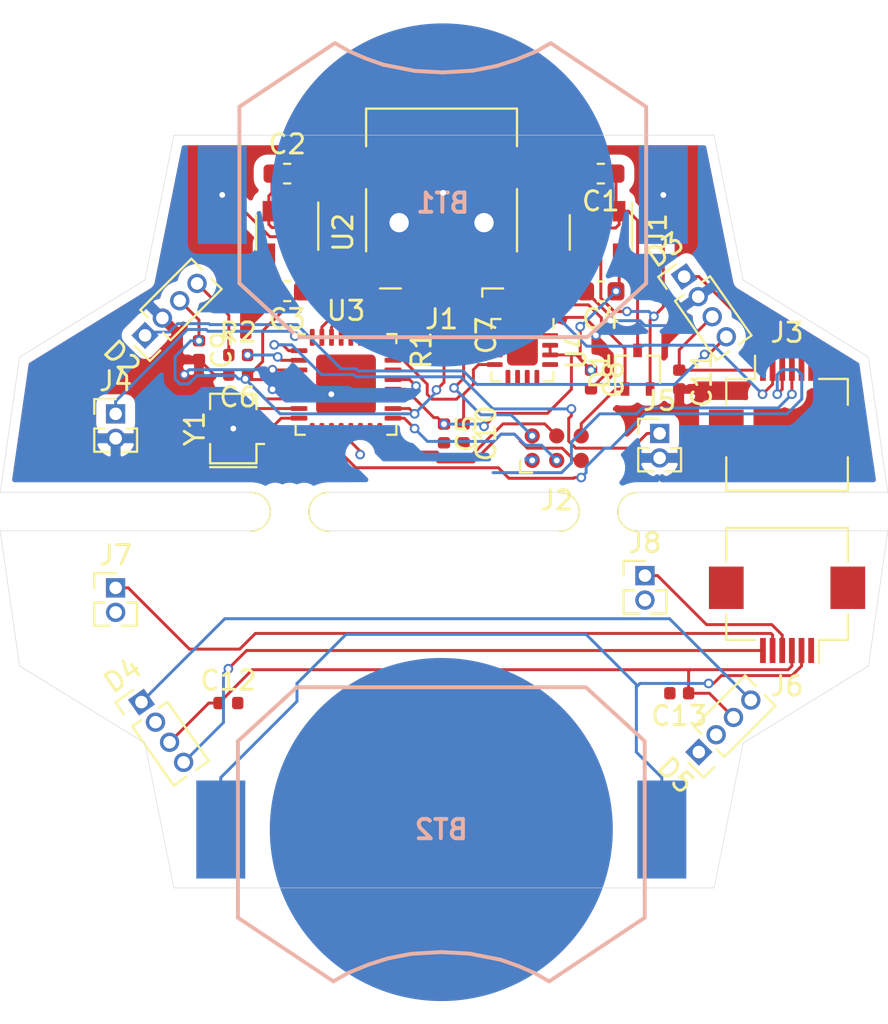
<source format=kicad_pcb>
(kicad_pcb (version 20171130) (host pcbnew "(5.1.0)-1")
  (layers (0 F.Cu signal) (31 B.Cu signal) (34 B.Paste user hide) (35 F.Paste user) (36 B.SilkS user hide) (37 F.SilkS user) (38 B.Mask user hide) (39 F.Mask user) (44 Edge.Cuts user))
  (net 0 "")
  (net 1 "/Top Hemisphere/BATT")
  (net 2 "/Top Hemisphere/BATT-BOT")
  (net 3 GND)
  (net 4 "/Bottom hemisphere/BATT-BOT")
  (net 5 "/Top Hemisphere/VIN")
  (net 6 +5V)
  (net 7 +3V3)
  (net 8 "/Top Hemisphere/~RST")
  (net 9 "/Top Hemisphere/DTR")
  (net 10 "/Top Hemisphere/Z-ACCEL")
  (net 11 "/Top Hemisphere/+5V_EXT")
  (net 12 "Net-(D2-Pad1)")
  (net 13 "/Top Hemisphere/DIN-TOP")
  (net 14 "/Top Hemisphere/DOUT-BOT")
  (net 15 "Net-(D4-Pad1)")
  (net 16 "/Bottom hemisphere/DIN-BOT")
  (net 17 "Net-(D5-Pad1)")
  (net 18 "/Top Hemisphere/RXI")
  (net 19 "/Top Hemisphere/TXO")
  (net 20 "/Top Hemisphere/MOSI")
  (net 21 "/Top Hemisphere/MISO")
  (net 22 "/Top Hemisphere/SCK")
  (net 23 "/Top Hemisphere/BNC-4")
  (net 24 "/Top Hemisphere/BNC-3")
  (net 25 "/Top Hemisphere/BNC-1")
  (net 26 "/Top Hemisphere/BNC-2")
  (net 27 "/Bottom hemisphere/BNC-4")
  (net 28 "/Bottom hemisphere/BNC-3")
  (net 29 "Net-(R2-Pad2)")
  (net 30 "Net-(U1-Pad4)")
  (net 31 "Net-(U2-Pad4)")
  (net 32 "Net-(U3-Pad7)")
  (net 33 "Net-(U3-Pad8)")
  (net 34 "Net-(U3-Pad9)")
  (net 35 "Net-(U3-Pad10)")
  (net 36 "Net-(U3-Pad11)")
  (net 37 "Net-(U3-Pad14)")
  (net 38 "Net-(U3-Pad19)")
  (net 39 "Net-(U3-Pad22)")
  (net 40 "Net-(U3-Pad24)")
  (net 41 "Net-(U3-Pad25)")
  (net 42 "Net-(U3-Pad26)")
  (net 43 "Net-(U3-Pad27)")
  (net 44 "Net-(U3-Pad28)")
  (net 45 "Net-(U4-Pad2)")
  (net 46 "Net-(U4-Pad10)")
  (net 47 "Net-(U4-Pad12)")
  (net 48 "Net-(J1-Pad6)")
  (module gsg-modules:BK-912 (layer B.Cu) (at 133.0325 72.2249)
    (fp_text reference BT1 (at 0 0.4191) (layer B.SilkS) (effects (font (size 1.00076 1.00076) (thickness 0.2032)) (justify mirror)))
    (fp_text value CR2032 hide)
    (pad 1 smd rect (at 11.43 0) (size 2.54 5.08) (layers B.Cu B.Paste B.Mask) (net 1 "/Top Hemisphere/BATT"))
    (pad 1 smd rect (at -11.43 0) (size 2.54 5.08) (layers B.Cu B.Paste B.Mask) (net 1 "/Top Hemisphere/BATT"))
    (pad 2 smd circle (at 0 0) (size 17.78 17.78) (layers B.Cu B.Mask) (net 2 "/Top Hemisphere/BATT-BOT"))
  )
  (module Capacitor_SMD:C_0402_1005Metric (layer F.Cu) (at 133.096 84.582 270)
    (fp_text reference C5 (at 0 -1.17 270) (layer F.SilkS))
    (fp_text value 0.1u)
    (pad 2 smd roundrect (at 0.485 0 270) (size 0.59 0.64) (layers F.Cu F.Paste F.Mask) (net 3 GND))
    (pad 1 smd roundrect (at -0.485 0 270) (size 0.59 0.64) (layers F.Cu F.Paste F.Mask) (net 7 +3V3))
  )
  (module Capacitor_SMD:C_0402_1005Metric (layer F.Cu) (at 120.396 80.264 270)
    (fp_text reference C9 (at 0 -1.17 270) (layer F.SilkS))
    (fp_text value 0.1u)
    (pad 1 smd roundrect (at -0.485 0 270) (size 0.59 0.64) (layers F.Cu F.Paste F.Mask) (net 6 +5V))
    (pad 2 smd roundrect (at 0.485 0 270) (size 0.59 0.64) (layers F.Cu F.Paste F.Mask) (net 3 GND))
  )
  (module Panelization:mouse-bite-2mm-slot (layer F.Cu) (at 125.095 88.646)
    (fp_text reference mouse-bite-2mm-slot hide)
    (fp_text value VAL** hide)
    (pad "" np_thru_hole circle (at 0.75 0.75) (size 0.5 0.5) (drill 0.5) (layers *.Cu *.Mask))
    (pad "" np_thru_hole circle (at -0.75 0.75) (size 0.5 0.5) (drill 0.5) (layers *.Cu *.Mask))
    (pad "" np_thru_hole circle (at -0.75 -0.75) (size 0.5 0.5) (drill 0.5) (layers *.Cu *.Mask))
    (pad "" np_thru_hole circle (at 0.75 -0.75) (size 0.5 0.5) (drill 0.5) (layers *.Cu *.Mask))
    (pad "" np_thru_hole circle (at 0 0.75) (size 0.5 0.5) (drill 0.5) (layers *.Cu *.Mask))
    (pad "" np_thru_hole circle (at 0 -0.75) (size 0.5 0.5) (drill 0.5) (layers *.Cu *.Mask))
  )
  (module Connector:Tag-Connect_TC2030-IDC-NL_2x03_P1.27mm_Vertical (layer F.Cu) (at 138.938 85.344)
    (fp_text reference J2 (at 0 2.7) (layer F.SilkS))
    (fp_text value TC2030_NL)
    (pad "" np_thru_hole circle (at 2.54 -1.016) (size 0.9906 0.9906) (drill 0.9906) (layers *.Cu *.Mask))
    (pad "" np_thru_hole circle (at 2.54 1.016) (size 0.9906 0.9906) (drill 0.9906) (layers *.Cu *.Mask))
    (pad "" np_thru_hole circle (at -2.54 0) (size 0.9906 0.9906) (drill 0.9906) (layers *.Cu *.Mask))
    (pad 1 connect circle (at -1.27 0.635) (size 0.7874 0.7874) (layers F.Cu F.Mask) (net 3 GND))
    (pad 2 connect circle (at -1.27 -0.635) (size 0.7874 0.7874) (layers F.Cu F.Mask) (net 8 "/Top Hemisphere/~RST"))
    (pad 3 connect circle (at 0 0.635) (size 0.7874 0.7874) (layers F.Cu F.Mask) (net 22 "/Top Hemisphere/SCK"))
    (pad 4 connect circle (at 0 -0.635) (size 0.7874 0.7874) (layers F.Cu F.Mask) (net 21 "/Top Hemisphere/MISO"))
    (pad 5 connect circle (at 1.27 0.635) (size 0.7874 0.7874) (layers F.Cu F.Mask) (net 20 "/Top Hemisphere/MOSI"))
    (pad 6 connect circle (at 1.27 -0.635) (size 0.7874 0.7874) (layers F.Cu F.Mask) (net 11 "/Top Hemisphere/+5V_EXT"))
  )
  (module Panelization:mouse-bite-2mm-slot (layer F.Cu) (at 141.109 88.646)
    (fp_text reference mouse-bite-2mm-slot hide)
    (fp_text value VAL** hide)
    (pad "" np_thru_hole circle (at 0.75 0.75) (size 0.5 0.5) (drill 0.5) (layers *.Cu *.Mask))
    (pad "" np_thru_hole circle (at -0.75 0.75) (size 0.5 0.5) (drill 0.5) (layers *.Cu *.Mask))
    (pad "" np_thru_hole circle (at -0.75 -0.75) (size 0.5 0.5) (drill 0.5) (layers *.Cu *.Mask))
    (pad "" np_thru_hole circle (at 0.75 -0.75) (size 0.5 0.5) (drill 0.5) (layers *.Cu *.Mask))
    (pad "" np_thru_hole circle (at 0 0.75) (size 0.5 0.5) (drill 0.5) (layers *.Cu *.Mask))
    (pad "" np_thru_hole circle (at 0 -0.75) (size 0.5 0.5) (drill 0.5) (layers *.Cu *.Mask))
  )
  (module Capacitor_SMD:C_0603_1608Metric (layer F.Cu) (at 141.224 71.12 180)
    (fp_text reference C1 (at 0 -1.43 180) (layer F.SilkS))
    (fp_text value 1u)
    (pad 2 smd roundrect (at 0.7875 0 180) (size 0.875 0.95) (layers F.Cu F.Paste F.Mask) (net 3 GND))
    (pad 1 smd roundrect (at -0.7875 0 180) (size 0.875 0.95) (layers F.Cu F.Paste F.Mask) (net 5 "/Top Hemisphere/VIN"))
  )
  (module Capacitor_SMD:C_0603_1608Metric (layer F.Cu) (at 124.968 71.12)
    (fp_text reference C2 (at 0 -1.524) (layer F.SilkS))
    (fp_text value 1u)
    (pad 2 smd roundrect (at 0.7875 0) (size 0.875 0.95) (layers F.Cu F.Paste F.Mask) (net 3 GND))
    (pad 1 smd roundrect (at -0.7875 0) (size 0.875 0.95) (layers F.Cu F.Paste F.Mask) (net 5 "/Top Hemisphere/VIN"))
  )
  (module Capacitor_SMD:C_0603_1608Metric (layer F.Cu) (at 124.968 77.216 180)
    (fp_text reference C3 (at 0 -1.43 180) (layer F.SilkS))
    (fp_text value 1u)
    (pad 1 smd roundrect (at -0.7875 0 180) (size 0.875 0.95) (layers F.Cu F.Paste F.Mask) (net 6 +5V))
    (pad 2 smd roundrect (at 0.7875 0 180) (size 0.875 0.95) (layers F.Cu F.Paste F.Mask) (net 3 GND))
  )
  (module Capacitor_SMD:C_0603_1608Metric (layer F.Cu) (at 141.224 77.216 180)
    (fp_text reference C4 (at 0 -1.43 180) (layer F.SilkS))
    (fp_text value 1u)
    (pad 1 smd roundrect (at -0.7875 0 180) (size 0.875 0.95) (layers F.Cu F.Paste F.Mask) (net 7 +3V3))
    (pad 2 smd roundrect (at 0.7875 0 180) (size 0.875 0.95) (layers F.Cu F.Paste F.Mask) (net 3 GND))
  )
  (module Capacitor_SMD:C_0402_1005Metric (layer F.Cu) (at 122.428 81.534 180)
    (fp_text reference C6 (at 0 -1.17 180) (layer F.SilkS))
    (fp_text value 0.1u)
    (pad 2 smd roundrect (at 0.485 0 180) (size 0.59 0.64) (layers F.Cu F.Paste F.Mask) (net 3 GND))
    (pad 1 smd roundrect (at -0.485 0 180) (size 0.59 0.64) (layers F.Cu F.Paste F.Mask) (net 6 +5V))
  )
  (module Capacitor_SMD:C_0402_1005Metric (layer F.Cu) (at 134.112 79.502 270)
    (fp_text reference C7 (at 0 -1.17 270) (layer F.SilkS))
    (fp_text value 0.1u)
    (pad 2 smd roundrect (at 0.485 0 270) (size 0.59 0.64) (layers F.Cu F.Paste F.Mask) (net 8 "/Top Hemisphere/~RST"))
    (pad 1 smd roundrect (at -0.485 0 270) (size 0.59 0.64) (layers F.Cu F.Paste F.Mask) (net 9 "/Top Hemisphere/DTR"))
  )
  (module Capacitor_SMD:C_0402_1005Metric (layer F.Cu) (at 140.716 81.788 270)
    (fp_text reference C8 (at 0 -1.17 270) (layer F.SilkS))
    (fp_text value 0.1u)
    (pad 2 smd roundrect (at 0.485 0 270) (size 0.59 0.64) (layers F.Cu F.Paste F.Mask) (net 3 GND))
    (pad 1 smd roundrect (at -0.485 0 270) (size 0.59 0.64) (layers F.Cu F.Paste F.Mask) (net 7 +3V3))
  )
  (module Capacitor_SMD:C_0402_1005Metric (layer F.Cu) (at 134.112 84.582 270)
    (fp_text reference C10 (at 0 -1.17 270) (layer F.SilkS))
    (fp_text value 0.1u)
    (pad 1 smd roundrect (at -0.485 0 270) (size 0.59 0.64) (layers F.Cu F.Paste F.Mask) (net 10 "/Top Hemisphere/Z-ACCEL"))
    (pad 2 smd roundrect (at 0.485 0 270) (size 0.59 0.64) (layers F.Cu F.Paste F.Mask) (net 3 GND))
  )
  (module Capacitor_SMD:C_0402_1005Metric (layer F.Cu) (at 145.288 81.788 270)
    (fp_text reference C11 (at 0 -1.17 270) (layer F.SilkS))
    (fp_text value 0.1u)
    (pad 1 smd roundrect (at -0.485 0 270) (size 0.59 0.64) (layers F.Cu F.Paste F.Mask) (net 6 +5V))
    (pad 2 smd roundrect (at 0.485 0 270) (size 0.59 0.64) (layers F.Cu F.Paste F.Mask) (net 3 GND))
  )
  (module Capacitor_SMD:C_0402_1005Metric (layer F.Cu) (at 121.92 98.552)
    (fp_text reference C12 (at 0 -1.17) (layer F.SilkS))
    (fp_text value 0.1u)
    (pad 1 smd roundrect (at -0.485 0) (size 0.59 0.64) (layers F.Cu F.Paste F.Mask) (net 6 +5V))
    (pad 2 smd roundrect (at 0.485 0) (size 0.59 0.64) (layers F.Cu F.Paste F.Mask) (net 3 GND))
  )
  (module Capacitor_SMD:C_0402_1005Metric (layer F.Cu) (at 145.288 98.044 180)
    (fp_text reference C13 (at 0 -1.17 180) (layer F.SilkS))
    (fp_text value 0.1u)
    (pad 1 smd roundrect (at -0.485 0 180) (size 0.59 0.64) (layers F.Cu F.Paste F.Mask) (net 6 +5V))
    (pad 2 smd roundrect (at 0.485 0 180) (size 0.59 0.64) (layers F.Cu F.Paste F.Mask) (net 3 GND))
  )
  (module Package_TO_SOT_SMD:SOT-323_SC-70 (layer F.Cu) (at 143.129 81.28 90)
    (fp_text reference D1 (at -0.05 -1.95 90) (layer F.SilkS))
    (fp_text value BAT54CW)
    (pad 1 smd rect (at -1 -0.65) (size 0.45 0.7) (layers F.Cu F.Paste F.Mask) (net 11 "/Top Hemisphere/+5V_EXT"))
    (pad 2 smd rect (at -1 0.65) (size 0.45 0.7) (layers F.Cu F.Paste F.Mask) (net 1 "/Top Hemisphere/BATT"))
    (pad 3 smd rect (at 1 0) (size 0.45 0.7) (layers F.Cu F.Paste F.Mask) (net 5 "/Top Hemisphere/VIN"))
  )
  (module Connector_USB:USB_Mini-B_Lumberg_2486_01_Horizontal (layer F.Cu) (at 132.969 73.66 180)
    (fp_text reference J1 (at 0 -5 180) (layer F.SilkS))
    (fp_text value USB_B_Mini)
    (pad 1 smd rect (at -1.6 -2.7 180) (size 0.5 2) (layers F.Cu F.Paste F.Mask) (net 11 "/Top Hemisphere/+5V_EXT"))
    (pad 2 smd rect (at -0.8 -2.7 180) (size 0.5 2) (layers F.Cu F.Paste F.Mask) (net 9 "/Top Hemisphere/DTR"))
    (pad 3 smd rect (at 0 -2.7 180) (size 0.5 2) (layers F.Cu F.Paste F.Mask) (net 18 "/Top Hemisphere/RXI"))
    (pad 4 smd rect (at 0.8 -2.7 180) (size 0.5 2) (layers F.Cu F.Paste F.Mask) (net 19 "/Top Hemisphere/TXO"))
    (pad 5 smd rect (at 1.6 -2.7 180) (size 0.5 2) (layers F.Cu F.Paste F.Mask) (net 3 GND))
    (pad 6 smd rect (at -4.45 -2.6 180) (size 2 1.7) (layers F.Cu F.Paste F.Mask) (net 48 "Net-(J1-Pad6)"))
    (pad 6 smd rect (at -4.45 2.85 180) (size 2 1.7) (layers F.Cu F.Paste F.Mask) (net 48 "Net-(J1-Pad6)"))
    (pad 6 smd rect (at 4.45 -2.6 180) (size 2 1.7) (layers F.Cu F.Paste F.Mask) (net 48 "Net-(J1-Pad6)"))
    (pad 6 smd rect (at 4.45 2.85 180) (size 2 1.7) (layers F.Cu F.Paste F.Mask) (net 48 "Net-(J1-Pad6)"))
    (pad "" np_thru_hole circle (at -2.2 0 180) (size 1 1) (drill 1) (layers *.Cu *.Mask))
    (pad "" np_thru_hole circle (at 2.2 0 180) (size 1 1) (drill 1) (layers *.Cu *.Mask))
  )
  (module Connector_FFC-FPC:Hirose_FH12-6S-0.5SH_1x06-1MP_P0.50mm_Horizontal (layer F.Cu) (at 150.876 83.058)
    (fp_text reference J3 (at 0 -3.7) (layer F.SilkS))
    (fp_text value FFC-0.5MM-6POS)
    (pad 6 smd rect (at 1.25 -1.85) (size 0.3 1.3) (layers F.Cu F.Paste F.Mask) (net 3 GND))
    (pad 5 smd rect (at 0.75 -1.85) (size 0.3 1.3) (layers F.Cu F.Paste F.Mask) (net 14 "/Top Hemisphere/DOUT-BOT"))
    (pad 4 smd rect (at 0.25 -1.85) (size 0.3 1.3) (layers F.Cu F.Paste F.Mask) (net 23 "/Top Hemisphere/BNC-4"))
    (pad 3 smd rect (at -0.25 -1.85) (size 0.3 1.3) (layers F.Cu F.Paste F.Mask) (net 24 "/Top Hemisphere/BNC-3"))
    (pad 2 smd rect (at -0.75 -1.85) (size 0.3 1.3) (layers F.Cu F.Paste F.Mask) (net 2 "/Top Hemisphere/BATT-BOT"))
    (pad 1 smd rect (at -1.25 -1.85) (size 0.3 1.3) (layers F.Cu F.Paste F.Mask) (net 6 +5V))
    (pad MP smd rect (at -3.15 1.4) (size 1.8 2.2) (layers F.Cu F.Paste F.Mask))
    (pad MP smd rect (at 3.15 1.4) (size 1.8 2.2) (layers F.Cu F.Paste F.Mask))
  )
  (module Connector_FFC-FPC:Hirose_FH12-6S-0.5SH_1x06-1MP_P0.50mm_Horizontal (layer F.Cu) (at 150.876 93.98 180)
    (fp_text reference J6 (at 0 -3.7 180) (layer F.SilkS))
    (fp_text value FFC-0.5MM-6POS)
    (pad MP smd rect (at 3.15 1.4 180) (size 1.8 2.2) (layers F.Cu F.Paste F.Mask))
    (pad MP smd rect (at -3.15 1.4 180) (size 1.8 2.2) (layers F.Cu F.Paste F.Mask))
    (pad 1 smd rect (at -1.25 -1.85 180) (size 0.3 1.3) (layers F.Cu F.Paste F.Mask) (net 3 GND))
    (pad 2 smd rect (at -0.75 -1.85 180) (size 0.3 1.3) (layers F.Cu F.Paste F.Mask) (net 4 "/Bottom hemisphere/BATT-BOT"))
    (pad 3 smd rect (at -0.25 -1.85 180) (size 0.3 1.3) (layers F.Cu F.Paste F.Mask) (net 6 +5V))
    (pad 4 smd rect (at 0.25 -1.85 180) (size 0.3 1.3) (layers F.Cu F.Paste F.Mask) (net 27 "/Bottom hemisphere/BNC-4"))
    (pad 5 smd rect (at 0.75 -1.85 180) (size 0.3 1.3) (layers F.Cu F.Paste F.Mask) (net 28 "/Bottom hemisphere/BNC-3"))
    (pad 6 smd rect (at 1.25 -1.85 180) (size 0.3 1.3) (layers F.Cu F.Paste F.Mask) (net 16 "/Bottom hemisphere/DIN-BOT"))
  )
  (module Resistor_SMD:R_0402_1005Metric (layer F.Cu) (at 133.096 80.264 90)
    (fp_text reference R1 (at 0 -1.17 90) (layer F.SilkS))
    (fp_text value 10K)
    (pad 2 smd roundrect (at 0.485 0 90) (size 0.59 0.64) (layers F.Cu F.Paste F.Mask) (net 8 "/Top Hemisphere/~RST"))
    (pad 1 smd roundrect (at -0.485 0 90) (size 0.59 0.64) (layers F.Cu F.Paste F.Mask) (net 6 +5V))
  )
  (module Resistor_SMD:R_0402_1005Metric (layer F.Cu) (at 122.428 80.518)
    (fp_text reference R2 (at 0 -1.17) (layer F.SilkS))
    (fp_text value 470R)
    (pad 1 smd roundrect (at -0.485 0) (size 0.59 0.64) (layers F.Cu F.Paste F.Mask) (net 13 "/Top Hemisphere/DIN-TOP"))
    (pad 2 smd roundrect (at 0.485 0) (size 0.59 0.64) (layers F.Cu F.Paste F.Mask) (net 29 "Net-(R2-Pad2)"))
  )
  (module Package_TO_SOT_SMD:SOT-23-5 (layer F.Cu) (at 141.224 74.168 270)
    (fp_text reference U1 (at 0 -2.9 270) (layer F.SilkS))
    (fp_text value PMIC-LDO-XC6204B332MR_SOT23-5_)
    (pad 5 smd rect (at 1.1 -0.95 270) (size 1.06 0.65) (layers F.Cu F.Paste F.Mask) (net 7 +3V3))
    (pad 4 smd rect (at 1.1 0.95 270) (size 1.06 0.65) (layers F.Cu F.Paste F.Mask) (net 30 "Net-(U1-Pad4)"))
    (pad 3 smd rect (at -1.1 0.95 270) (size 1.06 0.65) (layers F.Cu F.Paste F.Mask) (net 5 "/Top Hemisphere/VIN"))
    (pad 2 smd rect (at -1.1 0 270) (size 1.06 0.65) (layers F.Cu F.Paste F.Mask) (net 3 GND))
    (pad 1 smd rect (at -1.1 -0.95 270) (size 1.06 0.65) (layers F.Cu F.Paste F.Mask) (net 5 "/Top Hemisphere/VIN"))
  )
  (module Package_TO_SOT_SMD:SOT-23-5 (layer F.Cu) (at 124.968 74.168 270)
    (fp_text reference U2 (at 0 -2.9 270) (layer F.SilkS))
    (fp_text value LP2985-5.0)
    (pad 1 smd rect (at -1.1 -0.95 270) (size 1.06 0.65) (layers F.Cu F.Paste F.Mask) (net 5 "/Top Hemisphere/VIN"))
    (pad 2 smd rect (at -1.1 0 270) (size 1.06 0.65) (layers F.Cu F.Paste F.Mask) (net 3 GND))
    (pad 3 smd rect (at -1.1 0.95 270) (size 1.06 0.65) (layers F.Cu F.Paste F.Mask) (net 5 "/Top Hemisphere/VIN"))
    (pad 4 smd rect (at 1.1 0.95 270) (size 1.06 0.65) (layers F.Cu F.Paste F.Mask) (net 31 "Net-(U2-Pad4)"))
    (pad 5 smd rect (at 1.1 -0.95 270) (size 1.06 0.65) (layers F.Cu F.Paste F.Mask) (net 6 +5V))
  )
  (module Package_CSP:LFCSP-16-1EP_3x3mm_P0.5mm_EP1.6x1.6mm (layer F.Cu) (at 137.16 80.264 270)
    (fp_text reference U4 (at 0 -2.8 270) (layer F.SilkS))
    (fp_text value ADXL335)
    (pad 17 smd roundrect (at 0 0 270) (size 1.6 1.6) (layers F.Cu F.Mask) (roundrect_rratio 0.15625))
    (pad 1 smd roundrect (at -1.4375 -0.75 270) (size 0.825 0.25) (layers F.Cu F.Paste F.Mask))
    (pad 2 smd roundrect (at -1.4375 -0.25 270) (size 0.825 0.25) (layers F.Cu F.Paste F.Mask) (net 45 "Net-(U4-Pad2)"))
    (pad 3 smd roundrect (at -1.4375 0.25 270) (size 0.825 0.25) (layers F.Cu F.Paste F.Mask) (net 3 GND))
    (pad 4 smd roundrect (at -1.4375 0.75 270) (size 0.825 0.25) (layers F.Cu F.Paste F.Mask))
    (pad 5 smd roundrect (at -0.75 1.4375 270) (size 0.25 0.825) (layers F.Cu F.Paste F.Mask) (net 3 GND))
    (pad 6 smd roundrect (at -0.25 1.4375 270) (size 0.25 0.825) (layers F.Cu F.Paste F.Mask) (net 3 GND))
    (pad 7 smd roundrect (at 0.25 1.4375 270) (size 0.25 0.825) (layers F.Cu F.Paste F.Mask) (net 3 GND))
    (pad 8 smd roundrect (at 0.75 1.4375 270) (size 0.25 0.825) (layers F.Cu F.Paste F.Mask) (net 10 "/Top Hemisphere/Z-ACCEL"))
    (pad 9 smd roundrect (at 1.4375 0.75 270) (size 0.825 0.25) (layers F.Cu F.Paste F.Mask))
    (pad 10 smd roundrect (at 1.4375 0.25 270) (size 0.825 0.25) (layers F.Cu F.Paste F.Mask) (net 46 "Net-(U4-Pad10)"))
    (pad 11 smd roundrect (at 1.4375 -0.25 270) (size 0.825 0.25) (layers F.Cu F.Paste F.Mask))
    (pad 12 smd roundrect (at 1.4375 -0.75 270) (size 0.825 0.25) (layers F.Cu F.Paste F.Mask) (net 47 "Net-(U4-Pad12)"))
    (pad 13 smd roundrect (at 0.75 -1.4375 270) (size 0.25 0.825) (layers F.Cu F.Paste F.Mask))
    (pad 14 smd roundrect (at 0.25 -1.4375 270) (size 0.25 0.825) (layers F.Cu F.Paste F.Mask) (net 7 +3V3))
    (pad 15 smd roundrect (at -0.25 -1.4375 270) (size 0.25 0.825) (layers F.Cu F.Paste F.Mask) (net 7 +3V3))
    (pad 16 smd roundrect (at -0.75 -1.4375 270) (size 0.25 0.825) (layers F.Cu F.Paste F.Mask))
  )
  (module Crystal:Resonator_SMD_muRata_CSTxExxV-3Pin_3.0x1.1mm (layer F.Cu) (at 122.174 84.328 90)
    (fp_text reference Y1 (at 0 -2 90) (layer F.SilkS))
    (fp_text value 16MHz)
    (pad 1 smd rect (at -1.2 0 90) (size 0.4 1.9) (layers F.Cu F.Paste F.Mask) (net 33 "Net-(U3-Pad8)"))
    (pad 2 smd rect (at 0 0 90) (size 0.4 1.9) (layers F.Cu F.Paste F.Mask) (net 3 GND))
    (pad 3 smd rect (at 1.2 0 90) (size 0.4 1.9) (layers F.Cu F.Paste F.Mask) (net 32 "Net-(U3-Pad7)"))
  )
  (module Connector_PinHeader_1.27mm:PinHeader_1x04_P1.27mm_Vertical (layer F.Cu) (at 117.602 79.502 135)
    (fp_text reference D2 (at 0 -1.695 135) (layer F.SilkS))
    (fp_text value NeoPixel_THT)
    (pad 1 thru_hole rect (at 0 0 135) (size 1 1) (drill 0.65) (layers *.Cu *.Mask) (net 12 "Net-(D2-Pad1)"))
    (pad 2 thru_hole oval (at 0 1.27 135) (size 1 1) (drill 0.65) (layers *.Cu *.Mask) (net 3 GND))
    (pad 3 thru_hole oval (at 0 2.54 135) (size 1 1) (drill 0.65) (layers *.Cu *.Mask) (net 6 +5V))
    (pad 4 thru_hole oval (at 0 3.81 135) (size 1 1) (drill 0.65) (layers *.Cu *.Mask) (net 13 "/Top Hemisphere/DIN-TOP"))
  )
  (module Connector_PinHeader_1.27mm:PinHeader_1x04_P1.27mm_Vertical (layer F.Cu) (at 145.542 76.454 35)
    (fp_text reference D3 (at 0 -1.695 35) (layer F.SilkS))
    (fp_text value NeoPixel_THT)
    (pad 4 thru_hole oval (at 0 3.81 35) (size 1 1) (drill 0.65) (layers *.Cu *.Mask) (net 12 "Net-(D2-Pad1)"))
    (pad 3 thru_hole oval (at 0 2.54 35) (size 1 1) (drill 0.65) (layers *.Cu *.Mask) (net 6 +5V))
    (pad 2 thru_hole oval (at 0 1.27 35) (size 1 1) (drill 0.65) (layers *.Cu *.Mask) (net 3 GND))
    (pad 1 thru_hole rect (at 0 0 35) (size 1 1) (drill 0.65) (layers *.Cu *.Mask) (net 14 "/Top Hemisphere/DOUT-BOT"))
  )
  (module Connector_PinHeader_1.27mm:PinHeader_1x04_P1.27mm_Vertical (layer F.Cu) (at 117.415116 98.503354 35)
    (fp_text reference D4 (at 0 -1.695 35) (layer F.SilkS))
    (fp_text value NeoPixel_THT)
    (pad 1 thru_hole rect (at 0 0 35) (size 1 1) (drill 0.65) (layers *.Cu *.Mask) (net 15 "Net-(D4-Pad1)"))
    (pad 2 thru_hole oval (at 0 1.27 35) (size 1 1) (drill 0.65) (layers *.Cu *.Mask) (net 3 GND))
    (pad 3 thru_hole oval (at 0 2.54 35) (size 1 1) (drill 0.65) (layers *.Cu *.Mask) (net 6 +5V))
    (pad 4 thru_hole oval (at 0 3.81 35) (size 1 1) (drill 0.65) (layers *.Cu *.Mask) (net 16 "/Bottom hemisphere/DIN-BOT"))
  )
  (module Connector_PinHeader_1.27mm:PinHeader_1x04_P1.27mm_Vertical (layer F.Cu) (at 146.304 101.092 135)
    (fp_text reference D5 (at 0 -1.695 135) (layer F.SilkS))
    (fp_text value NeoPixel_THT)
    (pad 4 thru_hole oval (at 0 3.81 135) (size 1 1) (drill 0.65) (layers *.Cu *.Mask) (net 15 "Net-(D4-Pad1)"))
    (pad 3 thru_hole oval (at 0 2.54 135) (size 1 1) (drill 0.65) (layers *.Cu *.Mask) (net 6 +5V))
    (pad 2 thru_hole oval (at 0 1.27 135) (size 1 1) (drill 0.65) (layers *.Cu *.Mask) (net 3 GND))
    (pad 1 thru_hole rect (at 0 0 135) (size 1 1) (drill 0.65) (layers *.Cu *.Mask) (net 17 "Net-(D5-Pad1)"))
  )
  (module Connector_PinHeader_1.27mm:PinHeader_1x02_P1.27mm_Vertical (layer F.Cu) (at 116.078 83.566)
    (fp_text reference J4 (at 0 -1.695) (layer F.SilkS))
    (fp_text value Port_1)
    (pad 2 thru_hole oval (at 0 1.27) (size 1 1) (drill 0.65) (layers *.Cu *.Mask) (net 3 GND))
    (pad 1 thru_hole rect (at 0 0) (size 1 1) (drill 0.65) (layers *.Cu *.Mask) (net 25 "/Top Hemisphere/BNC-1"))
  )
  (module Connector_PinHeader_1.27mm:PinHeader_1x02_P1.27mm_Vertical (layer F.Cu) (at 144.272 84.582)
    (fp_text reference J5 (at 0 -1.695) (layer F.SilkS))
    (fp_text value Port_2)
    (pad 1 thru_hole rect (at 0 0) (size 1 1) (drill 0.65) (layers *.Cu *.Mask) (net 26 "/Top Hemisphere/BNC-2"))
    (pad 2 thru_hole oval (at 0 1.27) (size 1 1) (drill 0.65) (layers *.Cu *.Mask) (net 3 GND))
  )
  (module Connector_PinHeader_1.27mm:PinHeader_1x02_P1.27mm_Vertical (layer F.Cu) (at 116.078 92.583)
    (fp_text reference J7 (at 0 -1.695) (layer F.SilkS))
    (fp_text value Port_3)
    (pad 2 thru_hole oval (at 0 1.27) (size 1 1) (drill 0.65) (layers *.Cu *.Mask) (net 3 GND))
    (pad 1 thru_hole rect (at 0 0) (size 1 1) (drill 0.65) (layers *.Cu *.Mask) (net 28 "/Bottom hemisphere/BNC-3"))
  )
  (module Connector_PinHeader_1.27mm:PinHeader_1x02_P1.27mm_Vertical (layer F.Cu) (at 143.51 91.948)
    (fp_text reference J8 (at 0 -1.695) (layer F.SilkS))
    (fp_text value Port_4)
    (pad 1 thru_hole rect (at 0 0) (size 1 1) (drill 0.65) (layers *.Cu *.Mask) (net 27 "/Bottom hemisphere/BNC-4"))
    (pad 2 thru_hole oval (at 0 1.27) (size 1 1) (drill 0.65) (layers *.Cu *.Mask) (net 3 GND))
  )
  (module Package_DFN_QFN:QFN-32-1EP_5x5mm_P0.5mm_EP3.1x3.1mm (layer F.Cu) (at 128.016 82.042)
    (fp_text reference U3 (at 0 -3.82) (layer F.SilkS))
    (fp_text value ATmega328P-MU)
    (pad 33 smd roundrect (at 0 0) (size 3.1 3.1) (layers F.Cu F.Mask) (roundrect_rratio 0.08064499999999999) (net 3 GND))
    (pad 1 smd roundrect (at -2.4375 -1.75) (size 0.875 0.25) (layers F.Cu F.Paste F.Mask) (net 26 "/Top Hemisphere/BNC-2"))
    (pad 2 smd roundrect (at -2.4375 -1.25) (size 0.875 0.25) (layers F.Cu F.Paste F.Mask) (net 29 "Net-(R2-Pad2)"))
    (pad 3 smd roundrect (at -2.4375 -0.75) (size 0.875 0.25) (layers F.Cu F.Paste F.Mask) (net 3 GND))
    (pad 4 smd roundrect (at -2.4375 -0.25) (size 0.875 0.25) (layers F.Cu F.Paste F.Mask) (net 6 +5V))
    (pad 5 smd roundrect (at -2.4375 0.25) (size 0.875 0.25) (layers F.Cu F.Paste F.Mask) (net 3 GND))
    (pad 6 smd roundrect (at -2.4375 0.75) (size 0.875 0.25) (layers F.Cu F.Paste F.Mask) (net 6 +5V))
    (pad 7 smd roundrect (at -2.4375 1.25) (size 0.875 0.25) (layers F.Cu F.Paste F.Mask) (net 32 "Net-(U3-Pad7)"))
    (pad 8 smd roundrect (at -2.4375 1.75) (size 0.875 0.25) (layers F.Cu F.Paste F.Mask) (net 33 "Net-(U3-Pad8)"))
    (pad 9 smd roundrect (at -1.75 2.4375) (size 0.25 0.875) (layers F.Cu F.Paste F.Mask) (net 34 "Net-(U3-Pad9)"))
    (pad 10 smd roundrect (at -1.25 2.4375) (size 0.25 0.875) (layers F.Cu F.Paste F.Mask) (net 35 "Net-(U3-Pad10)"))
    (pad 11 smd roundrect (at -0.75 2.4375) (size 0.25 0.875) (layers F.Cu F.Paste F.Mask) (net 36 "Net-(U3-Pad11)"))
    (pad 12 smd roundrect (at -0.25 2.4375) (size 0.25 0.875) (layers F.Cu F.Paste F.Mask) (net 24 "/Top Hemisphere/BNC-3"))
    (pad 13 smd roundrect (at 0.25 2.4375) (size 0.25 0.875) (layers F.Cu F.Paste F.Mask) (net 23 "/Top Hemisphere/BNC-4"))
    (pad 14 smd roundrect (at 0.75 2.4375) (size 0.25 0.875) (layers F.Cu F.Paste F.Mask) (net 37 "Net-(U3-Pad14)"))
    (pad 15 smd roundrect (at 1.25 2.4375) (size 0.25 0.875) (layers F.Cu F.Paste F.Mask) (net 20 "/Top Hemisphere/MOSI"))
    (pad 16 smd roundrect (at 1.75 2.4375) (size 0.25 0.875) (layers F.Cu F.Paste F.Mask) (net 21 "/Top Hemisphere/MISO"))
    (pad 17 smd roundrect (at 2.4375 1.75) (size 0.875 0.25) (layers F.Cu F.Paste F.Mask) (net 22 "/Top Hemisphere/SCK"))
    (pad 18 smd roundrect (at 2.4375 1.25) (size 0.875 0.25) (layers F.Cu F.Paste F.Mask) (net 6 +5V))
    (pad 19 smd roundrect (at 2.4375 0.75) (size 0.875 0.25) (layers F.Cu F.Paste F.Mask) (net 38 "Net-(U3-Pad19)"))
    (pad 20 smd roundrect (at 2.4375 0.25) (size 0.875 0.25) (layers F.Cu F.Paste F.Mask) (net 7 +3V3))
    (pad 21 smd roundrect (at 2.4375 -0.25) (size 0.875 0.25) (layers F.Cu F.Paste F.Mask) (net 3 GND))
    (pad 22 smd roundrect (at 2.4375 -0.75) (size 0.875 0.25) (layers F.Cu F.Paste F.Mask) (net 39 "Net-(U3-Pad22)"))
    (pad 23 smd roundrect (at 2.4375 -1.25) (size 0.875 0.25) (layers F.Cu F.Paste F.Mask) (net 10 "/Top Hemisphere/Z-ACCEL"))
    (pad 24 smd roundrect (at 2.4375 -1.75) (size 0.875 0.25) (layers F.Cu F.Paste F.Mask) (net 40 "Net-(U3-Pad24)"))
    (pad 25 smd roundrect (at 1.75 -2.4375) (size 0.25 0.875) (layers F.Cu F.Paste F.Mask) (net 41 "Net-(U3-Pad25)"))
    (pad 26 smd roundrect (at 1.25 -2.4375) (size 0.25 0.875) (layers F.Cu F.Paste F.Mask) (net 42 "Net-(U3-Pad26)"))
    (pad 27 smd roundrect (at 0.75 -2.4375) (size 0.25 0.875) (layers F.Cu F.Paste F.Mask) (net 43 "Net-(U3-Pad27)"))
    (pad 28 smd roundrect (at 0.25 -2.4375) (size 0.25 0.875) (layers F.Cu F.Paste F.Mask) (net 44 "Net-(U3-Pad28)"))
    (pad 29 smd roundrect (at -0.25 -2.4375) (size 0.25 0.875) (layers F.Cu F.Paste F.Mask) (net 8 "/Top Hemisphere/~RST"))
    (pad 30 smd roundrect (at -0.75 -2.4375) (size 0.25 0.875) (layers F.Cu F.Paste F.Mask) (net 18 "/Top Hemisphere/RXI"))
    (pad 31 smd roundrect (at -1.25 -2.4375) (size 0.25 0.875) (layers F.Cu F.Paste F.Mask) (net 19 "/Top Hemisphere/TXO"))
    (pad 32 smd roundrect (at -1.75 -2.4375) (size 0.25 0.875) (layers F.Cu F.Paste F.Mask) (net 25 "/Top Hemisphere/BNC-1"))
  )
  (module gsg-modules:BK-912 (layer B.Cu) (at 132.9563 105.1052 180)
    (fp_text reference BT2 (at 0 0 180) (layer B.SilkS) (effects (font (size 1.00076 1.00076) (thickness 0.2032)) (justify mirror)))
    (fp_text value CR2032 hide)
    (pad 2 smd circle (at 0 0 180) (size 17.78 17.78) (layers B.Cu B.Mask) (net 3 GND))
    (pad 1 smd rect (at -11.43 0 180) (size 2.54 5.08) (layers B.Cu B.Paste B.Mask) (net 4 "/Bottom hemisphere/BATT-BOT"))
    (pad 1 smd rect (at 11.43 0 180) (size 2.54 5.08) (layers B.Cu B.Paste B.Mask) (net 4 "/Bottom hemisphere/BATT-BOT"))
  )
  (gr_line (start 110.096 87.63) (end 123.096 87.63) (layer Edge.Cuts) (width 0.0254))
  (gr_line (start 111.096 80.63) (end 110.096 87.63) (layer Edge.Cuts) (width 0.0254))
  (gr_line (start 117.596 76.63) (end 111.096 80.63) (layer Edge.Cuts) (width 0.0254))
  (gr_line (start 119.096 69.13) (end 117.596 76.63) (layer Edge.Cuts) (width 0.0254))
  (gr_line (start 147.096 69.13) (end 119.096 69.13) (layer Edge.Cuts) (width 0.0254))
  (gr_line (start 148.596 76.63) (end 147.096 69.13) (layer Edge.Cuts) (width 0.0254))
  (gr_line (start 155.096 80.63) (end 148.596 76.63) (layer Edge.Cuts) (width 0.0254))
  (gr_line (start 156.096 87.63) (end 155.096 80.63) (layer Edge.Cuts) (width 0.0254))
  (gr_line (start 143.096 87.63) (end 156.096 87.63) (layer Edge.Cuts) (width 0.0254))
  (gr_arc (start 123.096 88.63) (end 123.096 89.63) (angle -180) (layer Edge.Cuts) (width 0.0254))
  (gr_line (start 156.096 89.63) (end 143.096 89.63) (layer Edge.Cuts) (width 0.0254))
  (gr_line (start 155.096 96.63) (end 156.096 89.63) (layer Edge.Cuts) (width 0.0254))
  (gr_line (start 148.596 100.63) (end 155.096 96.63) (layer Edge.Cuts) (width 0.0254))
  (gr_line (start 147.096 108.13) (end 148.596 100.63) (layer Edge.Cuts) (width 0.0254))
  (gr_line (start 119.096 108.13) (end 147.096 108.13) (layer Edge.Cuts) (width 0.0254))
  (gr_line (start 117.596 100.63) (end 119.096 108.13) (layer Edge.Cuts) (width 0.0254))
  (gr_line (start 111.096 96.63) (end 117.596 100.63) (layer Edge.Cuts) (width 0.0254))
  (gr_line (start 110.096 89.63) (end 111.096 96.63) (layer Edge.Cuts) (width 0.0254))
  (gr_line (start 123.096 89.63) (end 110.096 89.63) (layer Edge.Cuts) (width 0.0254))
  (gr_arc (start 143.096 88.63) (end 143.096 87.63) (angle -180) (layer Edge.Cuts) (width 0.0254))
  (gr_line (start 139.096 89.63) (end 127.096 89.63) (layer Edge.Cuts) (width 0.0254))
  (gr_arc (start 127.096 88.63) (end 127.096 87.63) (angle -180) (layer Edge.Cuts) (width 0.0254))
  (gr_line (start 127.096001 87.63) (end 139.096 87.63) (layer Edge.Cuts) (width 0.0254))
  (gr_arc (start 139.096 88.63) (end 139.096 89.63) (angle -180) (layer Edge.Cuts) (width 0.0254))
  (via (at 144.4625 72.2249) (size 0.5) (drill 0.3) (layers F.Cu B.Cu) (net 1))
  (segment (start 143.779 82.151953) (end 143.794104 82.167057) (width 0.1524) (layer F.Cu) (net 1))
  (via (at 121.6025 72.2249) (size 0.5) (drill 0.3) (layers F.Cu B.Cu) (net 1))
  (via (at 142.578429 78.26139) (size 0.5) (drill 0.3) (layers F.Cu B.Cu) (net 1))
  (segment (start 138.768206 74.693412) (end 138.988809 74.472809) (width 0.1524) (layer F.Cu) (net 1))
  (segment (start 142.224876 78.26139) (end 142.578429 78.26139) (width 0.1524) (layer F.Cu) (net 1))
  (segment (start 134.624794 74.625191) (end 134.693015 74.693412) (width 0.1524) (layer F.Cu) (net 1))
  (segment (start 121.6025 72.2249) (end 121.908418 72.2249) (width 0.1524) (layer F.Cu) (net 1))
  (segment (start 124.072119 74.388601) (end 126.535534 74.388601) (width 0.1524) (layer F.Cu) (net 1))
  (segment (start 134.693015 74.693412) (end 138.768206 74.693412) (width 0.1524) (layer F.Cu) (net 1))
  (segment (start 141.224 74.951518) (end 141.224 77.569553) (width 0.1524) (layer F.Cu) (net 1))
  (segment (start 126.535534 74.388601) (end 126.873744 74.726811) (width 0.1524) (layer F.Cu) (net 1))
  (segment (start 126.873744 74.726811) (end 131.344122 74.726811) (width 0.1524) (layer F.Cu) (net 1))
  (segment (start 121.908418 72.2249) (end 124.072119 74.388601) (width 0.1524) (layer F.Cu) (net 1))
  (segment (start 131.344122 74.726811) (end 131.445742 74.625191) (width 0.1524) (layer F.Cu) (net 1))
  (segment (start 140.745291 74.472809) (end 141.224 74.951518) (width 0.1524) (layer F.Cu) (net 1))
  (segment (start 141.224 77.569553) (end 141.915837 78.26139) (width 0.1524) (layer F.Cu) (net 1))
  (segment (start 131.445742 74.625191) (end 134.624794 74.625191) (width 0.1524) (layer F.Cu) (net 1))
  (segment (start 141.915837 78.26139) (end 142.224876 78.26139) (width 0.1524) (layer F.Cu) (net 1))
  (segment (start 138.988809 74.472809) (end 140.745291 74.472809) (width 0.1524) (layer F.Cu) (net 1))
  (via (at 143.975429 78.51539) (size 0.5) (drill 0.3) (layers F.Cu B.Cu) (net 1))
  (segment (start 143.779 82.28) (end 143.779 78.711819) (width 0.1524) (layer F.Cu) (net 1))
  (segment (start 142.578429 78.26139) (end 143.721429 78.26139) (width 0.1524) (layer B.Cu) (net 1))
  (segment (start 143.779 78.711819) (end 143.975429 78.51539) (width 0.1524) (layer F.Cu) (net 1))
  (segment (start 144.225428 78.265391) (end 143.975429 78.51539) (width 0.1524) (layer F.Cu) (net 1))
  (segment (start 144.4625 78.028319) (end 144.225428 78.265391) (width 0.1524) (layer F.Cu) (net 1))
  (segment (start 143.72543 78.265391) (end 143.975429 78.51539) (width 0.1524) (layer B.Cu) (net 1))
  (segment (start 144.4625 72.2249) (end 144.4625 78.028319) (width 0.1524) (layer F.Cu) (net 1))
  (segment (start 143.721429 78.26139) (end 143.72543 78.265391) (width 0.1524) (layer B.Cu) (net 1))
  (via (at 149.606 82.55) (size 0.5) (drill 0.3) (layers F.Cu B.Cu) (net 2))
  (segment (start 150.126 82.03) (end 149.606 82.55) (width 0.1524) (layer F.Cu) (net 2))
  (segment (start 150.126 81.208) (end 150.126 82.03) (width 0.1524) (layer F.Cu) (net 2))
  (via (at 133.050502 72.114579) (size 0.5) (drill 0.3) (layers F.Cu B.Cu) (net 2))
  (segment (start 133.404055 72.114579) (end 133.050502 72.114579) (width 0.1524) (layer B.Cu) (net 2))
  (segment (start 139.170579 72.114579) (end 133.404055 72.114579) (width 0.1524) (layer B.Cu) (net 2))
  (segment (start 133.0325 72.60183) (end 133.0325 72.2249) (width 0.1524) (layer B.Cu) (net 2))
  (segment (start 140.491479 80.060809) (end 133.0325 72.60183) (width 0.1524) (layer B.Cu) (net 2))
  (segment (start 147.066 80.01) (end 143.433066 80.01) (width 0.1524) (layer B.Cu) (net 2))
  (segment (start 149.606 82.55) (end 147.066 80.01) (width 0.1524) (layer B.Cu) (net 2))
  (segment (start 143.433066 80.01) (end 143.382257 80.060809) (width 0.1524) (layer B.Cu) (net 2))
  (segment (start 143.382257 80.060809) (end 140.491479 80.060809) (width 0.1524) (layer B.Cu) (net 2))
  (via (at 124.206 82.296) (size 0.5) (drill 0.3) (layers F.Cu B.Cu) (net 3))
  (segment (start 125.5785 82.292) (end 124.21 82.292) (width 0.1524) (layer F.Cu) (net 3))
  (segment (start 124.21 82.292) (end 124.206 82.296) (width 0.1524) (layer F.Cu) (net 3))
  (via (at 122.174 84.328) (size 0.5) (drill 0.3) (layers F.Cu B.Cu) (net 3))
  (via (at 124.206 81.28) (size 0.5) (drill 0.3) (layers F.Cu B.Cu) (net 3))
  (segment (start 125.5785 81.292) (end 124.218 81.292) (width 0.1524) (layer F.Cu) (net 3))
  (segment (start 124.218 81.292) (end 124.206 81.28) (width 0.1524) (layer F.Cu) (net 3))
  (via (at 137.668 85.979) (size 0.5) (drill 0.3) (layers F.Cu B.Cu) (net 3))
  (via (at 131.644922 82.126922) (size 0.5) (drill 0.3) (layers F.Cu B.Cu) (net 3))
  (segment (start 130.4535 81.792) (end 131.31 81.792) (width 0.1524) (layer F.Cu) (net 3))
  (segment (start 131.31 81.792) (end 131.394923 81.876923) (width 0.1524) (layer F.Cu) (net 3))
  (segment (start 131.394923 81.876923) (end 131.644922 82.126922) (width 0.1524) (layer F.Cu) (net 3))
  (segment (start 124.968 71.9075) (end 125.7555 71.12) (width 0.1524) (layer F.Cu) (net 3))
  (segment (start 124.968 73.068) (end 124.968 71.9075) (width 0.1524) (layer F.Cu) (net 3))
  (segment (start 141.224 71.9075) (end 141.224 73.068) (width 0.1524) (layer F.Cu) (net 3))
  (segment (start 140.4365 71.12) (end 141.224 71.9075) (width 0.1524) (layer F.Cu) (net 3))
  (via (at 141.732 78.74) (size 0.5) (drill 0.3) (layers F.Cu B.Cu) (net 3))
  (segment (start 140.4365 77.216) (end 141.732 78.5115) (width 0.1524) (layer F.Cu) (net 3))
  (segment (start 141.732 78.5115) (end 141.732 78.74) (width 0.1524) (layer F.Cu) (net 3))
  (segment (start 124.206 81.28) (end 119.888 81.28) (width 0.1524) (layer B.Cu) (net 3))
  (via (at 119.634 81.534) (size 0.5) (drill 0.3) (layers F.Cu B.Cu) (net 3))
  (segment (start 119.888 81.28) (end 119.634 81.534) (width 0.1524) (layer B.Cu) (net 3))
  (segment (start 121.181 81.534) (end 120.396 80.749) (width 0.1524) (layer F.Cu) (net 3))
  (segment (start 121.943 81.534) (end 121.181 81.534) (width 0.1524) (layer F.Cu) (net 3))
  (via (at 127.254 82.55) (size 0.5) (drill 0.3) (layers F.Cu B.Cu) (net 3))
  (segment (start 141.732 78.74) (end 143.256 78.74) (width 0.1524) (layer B.Cu) (net 3))
  (segment (start 143.256 78.74) (end 143.51 78.994) (width 0.1524) (layer B.Cu) (net 3))
  (segment (start 144.770765 78.994) (end 146.270442 77.494323) (width 0.1524) (layer B.Cu) (net 3))
  (segment (start 143.51 78.994) (end 144.770765 78.994) (width 0.1524) (layer B.Cu) (net 3))
  (segment (start 140.716 82.273) (end 141.478 81.511) (width 0.1524) (layer F.Cu) (net 3))
  (segment (start 141.478 81.511) (end 141.478 80.01) (width 0.1524) (layer F.Cu) (net 3))
  (via (at 140.97 79.502) (size 0.5) (drill 0.3) (layers F.Cu B.Cu) (net 3))
  (segment (start 141.478 80.01) (end 140.97 79.502) (width 0.1524) (layer F.Cu) (net 3))
  (segment (start 140.97 79.502) (end 141.732 78.74) (width 0.1524) (layer B.Cu) (net 3))
  (segment (start 134.875082 75.0046) (end 135.89 76.019518) (width 0.1524) (layer F.Cu) (net 3))
  (segment (start 131.369 75.2076) (end 131.572 75.0046) (width 0.1524) (layer F.Cu) (net 3))
  (segment (start 135.89 76.019518) (end 135.89 76.992482) (width 0.1524) (layer F.Cu) (net 3))
  (segment (start 135.89 76.992482) (end 136.265896 77.368378) (width 0.1524) (layer F.Cu) (net 3))
  (segment (start 136.265896 77.368378) (end 139.746622 77.368378) (width 0.1524) (layer F.Cu) (net 3))
  (segment (start 139.899 77.216) (end 140.4365 77.216) (width 0.1524) (layer F.Cu) (net 3))
  (segment (start 139.746622 77.368378) (end 139.899 77.216) (width 0.1524) (layer F.Cu) (net 3))
  (segment (start 131.572 75.0046) (end 134.875082 75.0046) (width 0.1524) (layer F.Cu) (net 3))
  (segment (start 131.369 76.36) (end 131.369 75.2076) (width 0.1524) (layer F.Cu) (net 3))
  (segment (start 136.91 78.8265) (end 136.91 78.314) (width 0.1524) (layer F.Cu) (net 3))
  (segment (start 136.91 78.314) (end 137.246 77.978) (width 0.1524) (layer F.Cu) (net 3))
  (segment (start 138.684 77.978) (end 139.274635 78.568635) (width 0.1524) (layer F.Cu) (net 3))
  (segment (start 140.97 79.148447) (end 140.97 79.502) (width 0.1524) (layer F.Cu) (net 3))
  (segment (start 140.390188 78.568635) (end 140.97 79.148447) (width 0.1524) (layer F.Cu) (net 3))
  (segment (start 139.274635 78.568635) (end 140.390188 78.568635) (width 0.1524) (layer F.Cu) (net 3))
  (segment (start 137.246 77.978) (end 138.684 77.978) (width 0.1524) (layer F.Cu) (net 3))
  (segment (start 135.7225 80.514) (end 135.7225 79.514) (width 0.1524) (layer F.Cu) (net 3))
  (segment (start 137.246 77.978) (end 136.144 77.978) (width 0.1524) (layer F.Cu) (net 3))
  (segment (start 135.7225 78.3995) (end 135.7225 79.514) (width 0.1524) (layer F.Cu) (net 3))
  (segment (start 136.144 77.978) (end 135.7225 78.3995) (width 0.1524) (layer F.Cu) (net 3))
  (segment (start 144.3863 102.4128) (end 144.3863 105.1052) (width 0.1524) (layer B.Cu) (net 4))
  (segment (start 143.0655 101.092) (end 144.3863 102.4128) (width 0.1524) (layer B.Cu) (net 4))
  (segment (start 121.5263 105.1052) (end 121.5263 102.4128) (width 0.1524) (layer B.Cu) (net 4))
  (segment (start 121.5263 102.4128) (end 125.476 98.4631) (width 0.1524) (layer B.Cu) (net 4))
  (segment (start 125.476 98.4631) (end 125.476 97.536) (width 0.1524) (layer B.Cu) (net 4))
  (segment (start 125.476 97.536) (end 128.016 94.996) (width 0.1524) (layer B.Cu) (net 4))
  (segment (start 128.016 94.996) (end 140.462 94.996) (width 0.1524) (layer B.Cu) (net 4))
  (segment (start 140.462 94.996) (end 143.0655 97.5995) (width 0.1524) (layer B.Cu) (net 4))
  (segment (start 151.626 96.6324) (end 151.13 97.1284) (width 0.1524) (layer F.Cu) (net 4))
  (segment (start 151.626 95.83) (end 151.626 96.6324) (width 0.1524) (layer F.Cu) (net 4))
  (segment (start 151.13 97.1284) (end 147.4736 97.1284) (width 0.1524) (layer F.Cu) (net 4))
  (via (at 146.812 97.536) (size 0.5) (drill 0.3) (layers F.Cu B.Cu) (net 4))
  (segment (start 147.4736 97.1284) (end 147.066 97.536) (width 0.1524) (layer F.Cu) (net 4))
  (segment (start 147.066 97.536) (end 146.812 97.536) (width 0.1524) (layer F.Cu) (net 4))
  (segment (start 143.256 97.536) (end 143.0655 97.7265) (width 0.1524) (layer B.Cu) (net 4))
  (segment (start 146.812 97.536) (end 143.256 97.536) (width 0.1524) (layer B.Cu) (net 4))
  (segment (start 143.0655 97.5995) (end 143.0655 97.7265) (width 0.1524) (layer B.Cu) (net 4))
  (segment (start 143.0655 97.7265) (end 143.0655 101.092) (width 0.1524) (layer B.Cu) (net 4))
  (segment (start 124.018 72.273) (end 124.1805 72.1105) (width 0.1524) (layer F.Cu) (net 5))
  (segment (start 124.018 73.068) (end 124.018 72.273) (width 0.1524) (layer F.Cu) (net 5))
  (segment (start 124.1805 71.12) (end 124.1805 72.1105) (width 0.1524) (layer F.Cu) (net 5))
  (segment (start 142.6514 73.068) (end 142.174 73.068) (width 0.1524) (layer F.Cu) (net 5))
  (segment (start 143.129 73.5456) (end 142.6514 73.068) (width 0.1524) (layer F.Cu) (net 5))
  (segment (start 143.129 80.28) (end 143.129 73.5456) (width 0.1524) (layer F.Cu) (net 5))
  (segment (start 140.274 73.7504) (end 140.462 73.9384) (width 0.1524) (layer F.Cu) (net 5))
  (segment (start 140.274 73.068) (end 140.274 73.7504) (width 0.1524) (layer F.Cu) (net 5))
  (segment (start 142.174 73.7504) (end 142.174 73.068) (width 0.1524) (layer F.Cu) (net 5))
  (segment (start 141.986 73.9384) (end 142.174 73.7504) (width 0.1524) (layer F.Cu) (net 5))
  (segment (start 140.462 73.9384) (end 141.986 73.9384) (width 0.1524) (layer F.Cu) (net 5))
  (segment (start 142.0115 72.9055) (end 142.174 73.068) (width 0.1524) (layer F.Cu) (net 5))
  (segment (start 142.0115 71.12) (end 142.0115 72.9055) (width 0.1524) (layer F.Cu) (net 5))
  (segment (start 125.918 73.7504) (end 125.918 73.068) (width 0.1524) (layer F.Cu) (net 5))
  (segment (start 125.7544 73.914) (end 125.918 73.7504) (width 0.1524) (layer F.Cu) (net 5))
  (segment (start 124.1816 73.914) (end 125.7544 73.914) (width 0.1524) (layer F.Cu) (net 5))
  (segment (start 124.018 73.7504) (end 124.1816 73.914) (width 0.1524) (layer F.Cu) (net 5))
  (segment (start 124.018 73.068) (end 124.018 73.7504) (width 0.1524) (layer F.Cu) (net 5))
  (segment (start 139.7966 73.068) (end 140.274 73.068) (width 0.1524) (layer F.Cu) (net 5))
  (segment (start 134.819271 74.388601) (end 138.209399 74.388601) (width 0.1524) (layer F.Cu) (net 5))
  (segment (start 126.3954 73.068) (end 127.7494 74.422) (width 0.1524) (layer F.Cu) (net 5))
  (segment (start 138.209399 74.388601) (end 139.53 73.068) (width 0.1524) (layer F.Cu) (net 5))
  (segment (start 127.7494 74.422) (end 131.217866 74.422) (width 0.1524) (layer F.Cu) (net 5))
  (segment (start 131.217866 74.422) (end 131.319486 74.32038) (width 0.1524) (layer F.Cu) (net 5))
  (segment (start 139.53 73.068) (end 139.7966 73.068) (width 0.1524) (layer F.Cu) (net 5))
  (segment (start 125.918 73.068) (end 126.3954 73.068) (width 0.1524) (layer F.Cu) (net 5))
  (segment (start 131.319486 74.32038) (end 134.75105 74.32038) (width 0.1524) (layer F.Cu) (net 5))
  (segment (start 134.75105 74.32038) (end 134.819271 74.388601) (width 0.1524) (layer F.Cu) (net 5))
  (segment (start 125.918 77.0535) (end 125.7555 77.216) (width 0.1524) (layer F.Cu) (net 6))
  (segment (start 125.918 75.268) (end 125.918 77.0535) (width 0.1524) (layer F.Cu) (net 6))
  (segment (start 145.288 80.24553) (end 145.288 81.303) (width 0.1524) (layer F.Cu) (net 6))
  (segment (start 147.252884 78.280646) (end 145.288 80.24553) (width 0.1524) (layer F.Cu) (net 6))
  (segment (start 146.848102 98.044) (end 148.100051 99.295949) (width 0.1524) (layer F.Cu) (net 6))
  (segment (start 145.773 98.044) (end 146.848102 98.044) (width 0.1524) (layer F.Cu) (net 6))
  (segment (start 121.435 98.552) (end 123.162191 96.824809) (width 0.1524) (layer F.Cu) (net 6))
  (segment (start 145.773 96.898618) (end 145.846809 96.824809) (width 0.1524) (layer F.Cu) (net 6))
  (segment (start 145.773 98.044) (end 145.773 96.898618) (width 0.1524) (layer F.Cu) (net 6))
  (segment (start 123.162191 96.824809) (end 145.846809 96.824809) (width 0.1524) (layer F.Cu) (net 6))
  (segment (start 120.904 98.552) (end 121.435 98.552) (width 0.1524) (layer F.Cu) (net 6))
  (segment (start 118.872 100.584) (end 120.904 98.552) (width 0.1524) (layer F.Cu) (net 6))
  (segment (start 145.846809 96.824809) (end 145.848029 96.823589) (width 0.1524) (layer F.Cu) (net 6))
  (segment (start 145.848029 96.823589) (end 150.934811 96.823589) (width 0.1524) (layer F.Cu) (net 6))
  (segment (start 151.126 96.6324) (end 151.126 95.83) (width 0.1524) (layer F.Cu) (net 6))
  (segment (start 150.934811 96.823589) (end 151.126 96.6324) (width 0.1524) (layer F.Cu) (net 6))
  (segment (start 133.096 81.935436) (end 132.954288 82.077148) (width 0.1524) (layer F.Cu) (net 6))
  (segment (start 133.096 80.749) (end 133.096 81.935436) (width 0.1524) (layer F.Cu) (net 6))
  (segment (start 132.954288 82.077148) (end 132.704289 82.327147) (width 0.1524) (layer F.Cu) (net 6))
  (via (at 132.704289 82.327147) (size 0.5) (drill 0.3) (layers F.Cu B.Cu) (net 6))
  (segment (start 149.531 81.303) (end 149.626 81.208) (width 0.1524) (layer F.Cu) (net 6))
  (segment (start 145.288 81.303) (end 149.531 81.303) (width 0.1524) (layer F.Cu) (net 6))
  (segment (start 123.045959 81.508611) (end 122.79596 81.75861) (width 0.1524) (layer F.Cu) (net 6))
  (segment (start 123.045959 82.008609) (end 122.79596 81.75861) (width 0.1524) (layer F.Cu) (net 6))
  (segment (start 123.698 79.2735) (end 123.698 80.85657) (width 0.1524) (layer F.Cu) (net 6))
  (segment (start 123.698 80.85657) (end 123.045959 81.508611) (width 0.1524) (layer F.Cu) (net 6))
  (segment (start 125.7555 77.216) (end 123.698 79.2735) (width 0.1524) (layer F.Cu) (net 6))
  (via (at 122.79596 81.75861) (size 0.5) (drill 0.3) (layers F.Cu B.Cu) (net 6))
  (segment (start 122.82935 81.792) (end 122.79596 81.75861) (width 0.1524) (layer F.Cu) (net 6))
  (segment (start 125.5785 81.792) (end 122.82935 81.792) (width 0.1524) (layer F.Cu) (net 6))
  (segment (start 123.82935 82.792) (end 123.045959 82.008609) (width 0.1524) (layer F.Cu) (net 6))
  (segment (start 125.5785 82.792) (end 123.82935 82.792) (width 0.1524) (layer F.Cu) (net 6))
  (segment (start 122.79596 81.75861) (end 122.442407 81.75861) (width 0.1524) (layer B.Cu) (net 6))
  (segment (start 122.442407 81.75861) (end 122.268608 81.584811) (width 0.1524) (layer B.Cu) (net 6))
  (segment (start 119.40427 82.012602) (end 119.155398 81.76373) (width 0.1524) (layer B.Cu) (net 6))
  (segment (start 119.86373 82.012602) (end 119.40427 82.012602) (width 0.1524) (layer B.Cu) (net 6))
  (segment (start 120.291521 81.584811) (end 119.86373 82.012602) (width 0.1524) (layer B.Cu) (net 6))
  (segment (start 122.268608 81.584811) (end 120.291521 81.584811) (width 0.1524) (layer B.Cu) (net 6))
  (segment (start 120.396 78.703898) (end 119.398051 77.705949) (width 0.1524) (layer F.Cu) (net 6))
  (segment (start 120.396 79.779) (end 120.396 78.703898) (width 0.1524) (layer F.Cu) (net 6))
  (segment (start 119.155398 81.76373) (end 119.155398 81.250602) (width 0.1524) (layer B.Cu) (net 6))
  (via (at 120.396 79.779) (size 0.5) (drill 0.3) (layers F.Cu B.Cu) (net 6))
  (segment (start 119.155398 80.599602) (end 119.155398 81.055398) (width 0.1524) (layer B.Cu) (net 6))
  (segment (start 119.976 79.779) (end 119.155398 80.599602) (width 0.1524) (layer B.Cu) (net 6))
  (segment (start 120.396 79.779) (end 119.976 79.779) (width 0.1524) (layer B.Cu) (net 6))
  (segment (start 119.155398 81.250602) (end 119.155398 81.055398) (width 0.1524) (layer B.Cu) (net 6))
  (segment (start 131.572 83.566) (end 124.60335 83.566) (width 0.1524) (layer B.Cu) (net 6))
  (segment (start 124.60335 83.566) (end 123.045959 82.008609) (width 0.1524) (layer B.Cu) (net 6))
  (segment (start 130.4535 83.292) (end 131.298 83.292) (width 0.1524) (layer F.Cu) (net 6))
  (segment (start 131.298 83.292) (end 131.572 83.566) (width 0.1524) (layer F.Cu) (net 6))
  (segment (start 132.704289 82.433711) (end 132.704289 82.327147) (width 0.1524) (layer B.Cu) (net 6))
  (segment (start 131.572 83.566) (end 132.704289 82.433711) (width 0.1524) (layer B.Cu) (net 6))
  (segment (start 123.045959 82.008609) (end 122.79596 81.75861) (width 0.1524) (layer B.Cu) (net 6))
  (via (at 131.572 83.566) (size 0.5) (drill 0.3) (layers F.Cu B.Cu) (net 6))
  (segment (start 138.5975 80.014) (end 138.5975 80.514) (width 0.1524) (layer F.Cu) (net 7))
  (segment (start 140.381832 80.968832) (end 140.381832 80.945832) (width 0.1524) (layer F.Cu) (net 7))
  (segment (start 139.95 80.514) (end 139.696 80.514) (width 0.1524) (layer F.Cu) (net 7))
  (segment (start 140.381832 80.945832) (end 139.95 80.514) (width 0.1524) (layer F.Cu) (net 7))
  (segment (start 138.5975 80.514) (end 139.696 80.514) (width 0.1524) (layer F.Cu) (net 7))
  (via (at 133.096 84.097) (size 0.5) (drill 0.3) (layers F.Cu B.Cu) (net 7))
  (via (at 140.716 81.303) (size 0.5) (drill 0.3) (layers F.Cu B.Cu) (net 7))
  (segment (start 142.174 77.0535) (end 142.0115 77.216) (width 0.1524) (layer F.Cu) (net 7))
  (segment (start 142.174 75.268) (end 142.174 77.0535) (width 0.1524) (layer F.Cu) (net 7))
  (via (at 142.0115 77.216) (size 0.5) (drill 0.3) (layers F.Cu B.Cu) (net 7))
  (segment (start 130.4535 82.292) (end 131.101668 82.292) (width 0.1524) (layer F.Cu) (net 7))
  (segment (start 132.761832 83.762832) (end 133.096 84.097) (width 0.1524) (layer F.Cu) (net 7))
  (segment (start 132.5725 83.762832) (end 132.761832 83.762832) (width 0.1524) (layer F.Cu) (net 7))
  (segment (start 131.101668 82.292) (end 132.5725 83.762832) (width 0.1524) (layer F.Cu) (net 7))
  (segment (start 140.716 81.303) (end 140.381832 80.968832) (width 0.1524) (layer F.Cu) (net 7))
  (segment (start 140.154764 80.741764) (end 140.154764 79.400789) (width 0.1524) (layer F.Cu) (net 7))
  (segment (start 140.180264 79.047236) (end 140.154764 79.047236) (width 0.1524) (layer B.Cu) (net 7))
  (segment (start 142.0115 77.216) (end 140.180264 79.047236) (width 0.1524) (layer B.Cu) (net 7))
  (segment (start 140.154764 79.400789) (end 140.154764 79.047236) (width 0.1524) (layer F.Cu) (net 7))
  (via (at 140.154764 79.047236) (size 0.5) (drill 0.3) (layers F.Cu B.Cu) (net 7))
  (segment (start 140.381832 80.968832) (end 140.154764 80.741764) (width 0.1524) (layer F.Cu) (net 7))
  (segment (start 135.846351 83.539661) (end 135.422266 83.963746) (width 0.1524) (layer F.Cu) (net 7))
  (segment (start 138.456339 83.539661) (end 135.846351 83.539661) (width 0.1524) (layer F.Cu) (net 7))
  (segment (start 133.096 84.097) (end 135.055522 84.097) (width 0.1524) (layer B.Cu) (net 7))
  (segment (start 139.7 80.518) (end 139.7 82.296) (width 0.1524) (layer F.Cu) (net 7))
  (segment (start 135.422266 83.963746) (end 135.172267 84.213745) (width 0.1524) (layer F.Cu) (net 7))
  (via (at 135.172267 84.213745) (size 0.5) (drill 0.3) (layers F.Cu B.Cu) (net 7))
  (segment (start 139.696 80.514) (end 139.7 80.518) (width 0.1524) (layer F.Cu) (net 7))
  (segment (start 139.7 82.296) (end 138.456339 83.539661) (width 0.1524) (layer F.Cu) (net 7))
  (segment (start 135.055522 84.097) (end 135.172267 84.213745) (width 0.1524) (layer B.Cu) (net 7))
  (segment (start 132.4495 79.1325) (end 133.096 79.779) (width 0.1524) (layer F.Cu) (net 8))
  (segment (start 131.88 78.563) (end 132.4495 79.1325) (width 0.1524) (layer F.Cu) (net 8))
  (segment (start 128.27 78.563) (end 131.88 78.563) (width 0.1524) (layer F.Cu) (net 8))
  (segment (start 127.766 79.067) (end 128.27 78.563) (width 0.1524) (layer F.Cu) (net 8))
  (segment (start 127.766 79.6045) (end 127.766 79.067) (width 0.1524) (layer F.Cu) (net 8))
  (segment (start 133.904 79.779) (end 134.112 79.987) (width 0.1524) (layer F.Cu) (net 8))
  (segment (start 133.096 79.779) (end 133.904 79.779) (width 0.1524) (layer F.Cu) (net 8))
  (via (at 137.668 84.709) (size 0.5) (drill 0.3) (layers F.Cu B.Cu) (net 8))
  (segment (start 134.112 79.987) (end 134.112 81.727678) (width 0.1524) (layer F.Cu) (net 8))
  (via (at 133.61641 82.223268) (size 0.5) (drill 0.3) (layers F.Cu B.Cu) (net 8))
  (segment (start 134.112 81.727678) (end 133.866409 81.973269) (width 0.1524) (layer F.Cu) (net 8))
  (segment (start 133.866409 81.973269) (end 133.61641 82.223268) (width 0.1524) (layer F.Cu) (net 8))
  (segment (start 137.668 84.709) (end 136.575811 83.616811) (width 0.1524) (layer B.Cu) (net 8))
  (segment (start 136.575811 83.616811) (end 135.009953 83.616811) (width 0.1524) (layer B.Cu) (net 8))
  (segment (start 133.866409 82.473267) (end 133.61641 82.223268) (width 0.1524) (layer B.Cu) (net 8))
  (segment (start 135.009953 83.616811) (end 133.866409 82.473267) (width 0.1524) (layer B.Cu) (net 8))
  (segment (start 133.769 78.674) (end 134.112 79.017) (width 0.1524) (layer F.Cu) (net 9))
  (segment (start 133.769 76.36) (end 133.769 78.674) (width 0.1524) (layer F.Cu) (net 9))
  (segment (start 132.225687 82.026687) (end 132.225687 82.556877) (width 0.1524) (layer F.Cu) (net 10))
  (segment (start 130.991 80.792) (end 132.225687 82.026687) (width 0.1524) (layer F.Cu) (net 10))
  (segment (start 130.4535 80.792) (end 130.991 80.792) (width 0.1524) (layer F.Cu) (net 10))
  (segment (start 134.112 84.097) (end 134.112 82.69001) (width 0.1524) (layer F.Cu) (net 10))
  (segment (start 134.112 82.69001) (end 134.041995 82.620005) (width 0.1524) (layer F.Cu) (net 10))
  (segment (start 134.493 82.169) (end 134.62 82.042) (width 0.1524) (layer F.Cu) (net 10))
  (segment (start 134.041995 82.620005) (end 134.493 82.169) (width 0.1524) (layer F.Cu) (net 10))
  (segment (start 134.62 82.042) (end 134.62 81.28) (width 0.1524) (layer F.Cu) (net 10))
  (segment (start 134.886 81.014) (end 134.62 81.28) (width 0.1524) (layer F.Cu) (net 10))
  (segment (start 135.7225 81.014) (end 134.886 81.014) (width 0.1524) (layer F.Cu) (net 10))
  (segment (start 132.225687 82.556877) (end 132.474559 82.805749) (width 0.1524) (layer F.Cu) (net 10))
  (segment (start 132.474559 82.805749) (end 133.742261 82.805749) (width 0.1524) (layer F.Cu) (net 10))
  (segment (start 133.742261 82.805749) (end 133.928005 82.620005) (width 0.1524) (layer F.Cu) (net 10))
  (segment (start 133.928005 82.620005) (end 134.041995 82.620005) (width 0.1524) (layer F.Cu) (net 10))
  (segment (start 142.002 82.28) (end 142.479 82.28) (width 0.1524) (layer F.Cu) (net 11))
  (segment (start 140.208 84.709) (end 140.208 84.074) (width 0.1524) (layer F.Cu) (net 11))
  (segment (start 140.208 84.074) (end 142.002 82.28) (width 0.1524) (layer F.Cu) (net 11))
  (segment (start 142.479 80.195332) (end 141.253398 78.96973) (width 0.1524) (layer F.Cu) (net 11))
  (segment (start 141.253398 78.96973) (end 141.253398 78.592331) (width 0.1524) (layer F.Cu) (net 11))
  (segment (start 139.056676 77.91961) (end 138.810256 77.673189) (width 0.1524) (layer F.Cu) (net 11))
  (segment (start 135.132189 77.673189) (end 134.569 77.11) (width 0.1524) (layer F.Cu) (net 11))
  (segment (start 134.569 77.11) (end 134.569 76.36) (width 0.1524) (layer F.Cu) (net 11))
  (segment (start 140.580677 77.91961) (end 139.056676 77.91961) (width 0.1524) (layer F.Cu) (net 11))
  (segment (start 141.253398 78.592331) (end 140.580677 77.91961) (width 0.1524) (layer F.Cu) (net 11))
  (segment (start 142.479 82.28) (end 142.479 80.195332) (width 0.1524) (layer F.Cu) (net 11))
  (segment (start 138.810256 77.673189) (end 135.132189 77.673189) (width 0.1524) (layer F.Cu) (net 11))
  (via (at 146.600571 80.48861) (size 0.5) (drill 0.3) (layers F.Cu B.Cu) (net 12))
  (segment (start 147.981326 79.320969) (end 146.813685 80.48861) (width 0.1524) (layer F.Cu) (net 12))
  (segment (start 146.813685 80.48861) (end 146.600571 80.48861) (width 0.1524) (layer F.Cu) (net 12))
  (segment (start 134.797066 82.042) (end 145.047181 82.042) (width 0.1524) (layer B.Cu) (net 12))
  (segment (start 125.474654 78.943191) (end 127.760652 81.229189) (width 0.1524) (layer B.Cu) (net 12))
  (segment (start 128.541259 81.229189) (end 128.655571 81.343501) (width 0.1524) (layer B.Cu) (net 12))
  (segment (start 120.953324 78.943191) (end 125.474654 78.943191) (width 0.1524) (layer B.Cu) (net 12))
  (segment (start 128.655571 81.343501) (end 134.098567 81.3435) (width 0.1524) (layer B.Cu) (net 12))
  (segment (start 145.047181 82.042) (end 146.350572 80.738609) (width 0.1524) (layer B.Cu) (net 12))
  (segment (start 117.432575 79.332575) (end 118.849755 79.332575) (width 0.1524) (layer B.Cu) (net 12))
  (segment (start 118.849755 79.332575) (end 119.28995 78.89238) (width 0.1524) (layer B.Cu) (net 12))
  (segment (start 127.760652 81.229189) (end 128.541259 81.229189) (width 0.1524) (layer B.Cu) (net 12))
  (segment (start 146.350572 80.738609) (end 146.600571 80.48861) (width 0.1524) (layer B.Cu) (net 12))
  (segment (start 119.28995 78.89238) (end 120.902513 78.89238) (width 0.1524) (layer B.Cu) (net 12))
  (segment (start 117.348 79.248) (end 117.432575 79.332575) (width 0.1524) (layer B.Cu) (net 12))
  (segment (start 134.098567 81.3435) (end 134.797066 82.042) (width 0.1524) (layer B.Cu) (net 12))
  (segment (start 120.902513 78.89238) (end 120.953324 78.943191) (width 0.1524) (layer B.Cu) (net 12))
  (segment (start 121.943 78.454846) (end 121.943 80.518) (width 0.1524) (layer F.Cu) (net 13))
  (segment (start 120.042077 76.553923) (end 121.943 78.454846) (width 0.1524) (layer F.Cu) (net 13))
  (segment (start 151.626 80.4056) (end 151.626 81.208) (width 0.1524) (layer F.Cu) (net 14))
  (segment (start 145.542 76.454) (end 146.304 76.454) (width 0.1524) (layer F.Cu) (net 14))
  (segment (start 146.304 76.454) (end 149.352 79.502) (width 0.1524) (layer F.Cu) (net 14))
  (segment (start 150.7224 79.502) (end 149.352 79.502) (width 0.1524) (layer F.Cu) (net 14))
  (segment (start 151.626 80.4056) (end 150.7224 79.502) (width 0.1524) (layer F.Cu) (net 14))
  (segment (start 117.415116 98.503354) (end 121.735279 94.183191) (width 0.1524) (layer B.Cu) (net 15))
  (segment (start 121.735279 94.183191) (end 144.783345 94.183191) (width 0.1524) (layer B.Cu) (net 15))
  (segment (start 148.498078 97.897924) (end 148.998077 98.397923) (width 0.1524) (layer B.Cu) (net 15))
  (segment (start 144.783345 94.183191) (end 148.498078 97.897924) (width 0.1524) (layer B.Cu) (net 15))
  (segment (start 149.626 95.83) (end 122.864 95.83) (width 0.1524) (layer F.Cu) (net 16))
  (via (at 121.92 96.774) (size 0.5) (drill 0.3) (layers F.Cu B.Cu) (net 16))
  (segment (start 122.864 95.83) (end 121.92 96.774) (width 0.1524) (layer F.Cu) (net 16))
  (segment (start 121.92 96.774) (end 121.666 97.028) (width 0.1524) (layer B.Cu) (net 16))
  (segment (start 121.666 99.558765) (end 119.600442 101.624323) (width 0.1524) (layer B.Cu) (net 16))
  (segment (start 121.666 97.028) (end 121.666 99.558765) (width 0.1524) (layer B.Cu) (net 16))
  (segment (start 132.969 77.5124) (end 132.969 76.36) (width 0.1524) (layer F.Cu) (net 18))
  (segment (start 132.2494 78.232) (end 132.969 77.5124) (width 0.1524) (layer F.Cu) (net 18))
  (segment (start 128.101 78.232) (end 132.2494 78.232) (width 0.1524) (layer F.Cu) (net 18))
  (segment (start 127.266 79.067) (end 128.101 78.232) (width 0.1524) (layer F.Cu) (net 18))
  (segment (start 127.266 79.6045) (end 127.266 79.067) (width 0.1524) (layer F.Cu) (net 18))
  (segment (start 126.766 79.067) (end 126.766 79.6045) (width 0.1524) (layer F.Cu) (net 19))
  (segment (start 127.905809 77.927191) (end 126.766 79.067) (width 0.1524) (layer F.Cu) (net 19))
  (segment (start 131.87681 77.92719) (end 127.905809 77.927191) (width 0.1524) (layer F.Cu) (net 19))
  (segment (start 132.169 77.635) (end 131.87681 77.92719) (width 0.1524) (layer F.Cu) (net 19))
  (segment (start 132.169 76.36) (end 132.169 77.635) (width 0.1524) (layer F.Cu) (net 19))
  (segment (start 130.101 85.852) (end 129.266 85.017) (width 0.1524) (layer F.Cu) (net 20))
  (segment (start 134.615437 86.055189) (end 132.801222 86.055189) (width 0.1524) (layer F.Cu) (net 20))
  (segment (start 136.050527 84.620099) (end 134.615437 86.055189) (width 0.1524) (layer F.Cu) (net 20))
  (segment (start 136.745473 84.620099) (end 136.050527 84.620099) (width 0.1524) (layer F.Cu) (net 20))
  (segment (start 137.045699 84.920325) (end 136.745473 84.620099) (width 0.1524) (layer F.Cu) (net 20))
  (segment (start 137.045699 84.975699) (end 137.045699 84.920325) (width 0.1524) (layer F.Cu) (net 20))
  (segment (start 132.801222 86.055189) (end 132.598033 85.852) (width 0.1524) (layer F.Cu) (net 20))
  (segment (start 139.859006 85.979) (end 139.224006 85.344) (width 0.1524) (layer F.Cu) (net 20))
  (segment (start 140.208 85.979) (end 139.859006 85.979) (width 0.1524) (layer F.Cu) (net 20))
  (segment (start 132.598033 85.852) (end 130.101 85.852) (width 0.1524) (layer F.Cu) (net 20))
  (segment (start 139.224006 85.344) (end 137.414 85.344) (width 0.1524) (layer F.Cu) (net 20))
  (segment (start 137.414 85.344) (end 137.045699 84.975699) (width 0.1524) (layer F.Cu) (net 20))
  (segment (start 129.266 85.017) (end 129.266 84.4795) (width 0.1524) (layer F.Cu) (net 20))
  (segment (start 130.833689 85.547189) (end 132.724289 85.547189) (width 0.1524) (layer F.Cu) (net 21))
  (segment (start 132.724289 85.547189) (end 132.927477 85.750378) (width 0.1524) (layer F.Cu) (net 21))
  (segment (start 134.489182 85.750378) (end 136.152861 84.086699) (width 0.1524) (layer F.Cu) (net 21))
  (segment (start 136.152861 84.086699) (end 138.315699 84.086699) (width 0.1524) (layer F.Cu) (net 21))
  (segment (start 138.544301 84.315301) (end 138.938 84.709) (width 0.1524) (layer F.Cu) (net 21))
  (segment (start 138.315699 84.086699) (end 138.544301 84.315301) (width 0.1524) (layer F.Cu) (net 21))
  (segment (start 129.766 84.4795) (end 130.833689 85.547189) (width 0.1524) (layer F.Cu) (net 21))
  (segment (start 132.927477 85.750378) (end 134.489182 85.750378) (width 0.1524) (layer F.Cu) (net 21))
  (via (at 138.938 85.979) (size 0.5) (drill 0.3) (layers F.Cu B.Cu) (net 22))
  (via (at 131.572 84.328) (size 0.5) (drill 0.3) (layers F.Cu B.Cu) (net 22))
  (segment (start 131.036 83.792) (end 131.318 84.074) (width 0.1524) (layer F.Cu) (net 22))
  (segment (start 130.4535 83.792) (end 131.036 83.792) (width 0.1524) (layer F.Cu) (net 22))
  (segment (start 131.318 84.074) (end 131.572 84.328) (width 0.1524) (layer F.Cu) (net 22))
  (segment (start 131.821999 84.577999) (end 131.572 84.328) (width 0.1524) (layer B.Cu) (net 22))
  (segment (start 132.240527 84.996527) (end 131.821999 84.577999) (width 0.1524) (layer B.Cu) (net 22))
  (segment (start 135.674099 84.996527) (end 132.240527 84.996527) (width 0.1524) (layer B.Cu) (net 22))
  (segment (start 137.312975 85.187601) (end 136.745473 84.620099) (width 0.1524) (layer B.Cu) (net 22))
  (segment (start 138.146601 85.187601) (end 137.312975 85.187601) (width 0.1524) (layer B.Cu) (net 22))
  (segment (start 138.938 85.979) (end 138.146601 85.187601) (width 0.1524) (layer B.Cu) (net 22))
  (segment (start 136.050527 84.620099) (end 135.674099 84.996527) (width 0.1524) (layer B.Cu) (net 22))
  (segment (start 136.745473 84.620099) (end 136.050527 84.620099) (width 0.1524) (layer B.Cu) (net 22))
  (via (at 151.13 82.55) (size 0.5) (drill 0.3) (layers F.Cu B.Cu) (net 23))
  (segment (start 151.126 81.208) (end 151.126 82.546) (width 0.1524) (layer F.Cu) (net 23))
  (segment (start 151.126 82.546) (end 151.13 82.55) (width 0.1524) (layer F.Cu) (net 23))
  (via (at 128.74861 85.676208) (size 0.5) (drill 0.3) (layers F.Cu B.Cu) (net 23))
  (segment (start 128.266 84.4795) (end 128.266 85.017) (width 0.1524) (layer F.Cu) (net 23))
  (segment (start 128.266 85.017) (end 128.74861 85.49961) (width 0.1524) (layer F.Cu) (net 23))
  (segment (start 128.74861 85.49961) (end 128.74861 85.676208) (width 0.1524) (layer F.Cu) (net 23))
  (segment (start 150.418809 83.261191) (end 151.13 82.55) (width 0.1524) (layer B.Cu) (net 23))
  (segment (start 143.383743 83.261191) (end 150.418809 83.261191) (width 0.1524) (layer B.Cu) (net 23))
  (segment (start 143.078934 83.566) (end 143.383743 83.261191) (width 0.1524) (layer B.Cu) (net 23))
  (segment (start 141.168626 83.566) (end 143.078934 83.566) (width 0.1524) (layer B.Cu) (net 23))
  (segment (start 135.636 86.614) (end 139.192 86.614) (width 0.1524) (layer B.Cu) (net 23))
  (segment (start 139.192 86.614) (end 139.7 86.106) (width 0.1524) (layer B.Cu) (net 23))
  (segment (start 139.7 86.106) (end 139.7 85.034626) (width 0.1524) (layer B.Cu) (net 23))
  (segment (start 139.7 85.034626) (end 141.168626 83.566) (width 0.1524) (layer B.Cu) (net 23))
  (segment (start 150.626 81.208) (end 150.626 82.292) (width 0.1524) (layer F.Cu) (net 24))
  (via (at 150.368 82.55) (size 0.5) (drill 0.3) (layers F.Cu B.Cu) (net 24))
  (segment (start 150.626 82.292) (end 150.368 82.55) (width 0.1524) (layer F.Cu) (net 24))
  (via (at 140.208 86.868) (size 0.5) (drill 0.3) (layers F.Cu B.Cu) (net 24))
  (segment (start 140.208 86.868) (end 140.462 86.614) (width 0.1524) (layer B.Cu) (net 24))
  (segment (start 140.462 86.304626) (end 141.422626 85.344) (width 0.1524) (layer B.Cu) (net 24))
  (segment (start 140.462 86.614) (end 140.462 86.304626) (width 0.1524) (layer B.Cu) (net 24))
  (segment (start 141.422626 85.344) (end 141.732 85.344) (width 0.1524) (layer B.Cu) (net 24))
  (segment (start 141.732 85.344) (end 143.51 83.566) (width 0.1524) (layer B.Cu) (net 24))
  (segment (start 143.51 83.566) (end 150.876 83.566) (width 0.1524) (layer B.Cu) (net 24))
  (segment (start 150.876 83.566) (end 151.638 82.804) (width 0.1524) (layer B.Cu) (net 24))
  (segment (start 151.638 82.804) (end 151.638 81.534) (width 0.1524) (layer B.Cu) (net 24))
  (segment (start 150.368 82.55) (end 150.368 81.534) (width 0.1524) (layer B.Cu) (net 24))
  (segment (start 150.622 81.28) (end 151.384 81.28) (width 0.1524) (layer B.Cu) (net 24))
  (segment (start 150.368 81.534) (end 150.622 81.28) (width 0.1524) (layer B.Cu) (net 24))
  (segment (start 151.638 81.534) (end 151.384 81.28) (width 0.1524) (layer B.Cu) (net 24))
  (segment (start 139.854447 86.868) (end 140.208 86.868) (width 0.1524) (layer F.Cu) (net 24))
  (segment (start 139.816335 86.906112) (end 139.854447 86.868) (width 0.1524) (layer F.Cu) (net 24))
  (segment (start 128.524 86.36) (end 135.911559 86.36) (width 0.1524) (layer F.Cu) (net 24))
  (segment (start 127.766 84.4795) (end 127.766 85.602) (width 0.1524) (layer F.Cu) (net 24))
  (segment (start 135.911559 86.36) (end 136.457671 86.906112) (width 0.1524) (layer F.Cu) (net 24))
  (segment (start 127.766 85.602) (end 128.524 86.36) (width 0.1524) (layer F.Cu) (net 24))
  (segment (start 136.457671 86.906112) (end 139.816335 86.906112) (width 0.1524) (layer F.Cu) (net 24))
  (via (at 125.36225 79.539119) (size 0.5) (drill 0.3) (layers F.Cu B.Cu) (net 25))
  (segment (start 125.427631 79.6045) (end 125.36225 79.539119) (width 0.1524) (layer F.Cu) (net 25))
  (segment (start 126.266 79.6045) (end 125.427631 79.6045) (width 0.1524) (layer F.Cu) (net 25))
  (segment (start 116.078 83.566) (end 116.078 82.9136) (width 0.1524) (layer B.Cu) (net 25))
  (segment (start 120.776257 79.197191) (end 120.868186 79.28912) (width 0.1524) (layer B.Cu) (net 25))
  (segment (start 116.078 82.9136) (end 119.794409 79.197191) (width 0.1524) (layer B.Cu) (net 25))
  (segment (start 120.868186 79.28912) (end 125.112251 79.28912) (width 0.1524) (layer B.Cu) (net 25))
  (segment (start 119.794409 79.197191) (end 120.776257 79.197191) (width 0.1524) (layer B.Cu) (net 25))
  (segment (start 125.112251 79.28912) (end 125.36225 79.539119) (width 0.1524) (layer B.Cu) (net 25))
  (segment (start 125.041 80.292) (end 124.739162 79.990162) (width 0.1524) (layer F.Cu) (net 26))
  (segment (start 124.739162 79.990162) (end 124.650136 79.990162) (width 0.1524) (layer F.Cu) (net 26))
  (via (at 124.296583 79.990162) (size 0.5) (drill 0.3) (layers F.Cu B.Cu) (net 26))
  (segment (start 124.650136 79.990162) (end 124.296583 79.990162) (width 0.1524) (layer F.Cu) (net 26))
  (segment (start 125.5785 80.292) (end 125.041 80.292) (width 0.1524) (layer F.Cu) (net 26))
  (segment (start 124.296583 79.990162) (end 125.202162 79.990162) (width 0.1524) (layer B.Cu) (net 26))
  (segment (start 125.202162 79.990162) (end 126.746 81.534) (width 0.1524) (layer B.Cu) (net 26))
  (segment (start 126.746 81.534) (end 128.415003 81.534) (width 0.1524) (layer B.Cu) (net 26))
  (segment (start 128.415003 81.534) (end 128.529315 81.648312) (width 0.1524) (layer B.Cu) (net 26))
  (segment (start 128.529315 81.648312) (end 131.965689 81.648311) (width 0.1524) (layer B.Cu) (net 26))
  (segment (start 131.965689 81.648311) (end 133.972311 81.648311) (width 0.1524) (layer B.Cu) (net 26))
  (segment (start 133.972311 81.648311) (end 135.636 83.312) (width 0.1524) (layer B.Cu) (net 26))
  (via (at 139.7 83.312) (size 0.5) (drill 0.3) (layers F.Cu B.Cu) (net 26))
  (segment (start 135.636 83.312) (end 139.7 83.312) (width 0.1524) (layer B.Cu) (net 26))
  (segment (start 139.560301 84.982307) (end 139.921994 85.344) (width 0.1524) (layer F.Cu) (net 26))
  (segment (start 139.560301 83.805252) (end 139.560301 84.982307) (width 0.1524) (layer F.Cu) (net 26))
  (segment (start 139.7 83.312) (end 139.7 83.665553) (width 0.1524) (layer F.Cu) (net 26))
  (segment (start 139.7 83.665553) (end 139.560301 83.805252) (width 0.1524) (layer F.Cu) (net 26))
  (segment (start 143.6196 84.582) (end 144.272 84.582) (width 0.1524) (layer F.Cu) (net 26))
  (segment (start 142.8576 85.344) (end 143.6196 84.582) (width 0.1524) (layer F.Cu) (net 26))
  (segment (start 139.921994 85.344) (end 142.8576 85.344) (width 0.1524) (layer F.Cu) (net 26))
  (segment (start 150.626 95.0276) (end 150.0864 94.488) (width 0.1524) (layer F.Cu) (net 27))
  (segment (start 150.626 95.83) (end 150.626 95.0276) (width 0.1524) (layer F.Cu) (net 27))
  (segment (start 144.1624 91.948) (end 143.51 91.948) (width 0.1524) (layer F.Cu) (net 27))
  (segment (start 146.7024 94.488) (end 144.1624 91.948) (width 0.1524) (layer F.Cu) (net 27))
  (segment (start 150.0864 94.488) (end 146.7024 94.488) (width 0.1524) (layer F.Cu) (net 27))
  (segment (start 150.043591 94.945191) (end 150.126 95.0276) (width 0.1524) (layer F.Cu) (net 28))
  (segment (start 123.317743 94.945191) (end 150.043591 94.945191) (width 0.1524) (layer F.Cu) (net 28))
  (segment (start 122.504934 95.758) (end 123.317743 94.945191) (width 0.1524) (layer F.Cu) (net 28))
  (segment (start 150.126 95.0276) (end 150.126 95.83) (width 0.1524) (layer F.Cu) (net 28))
  (segment (start 119.9054 95.758) (end 122.504934 95.758) (width 0.1524) (layer F.Cu) (net 28))
  (segment (start 116.7304 92.583) (end 119.9054 95.758) (width 0.1524) (layer F.Cu) (net 28))
  (segment (start 116.078 92.583) (end 116.7304 92.583) (width 0.1524) (layer F.Cu) (net 28))
  (via (at 122.913 80.518) (size 0.5) (drill 0.3) (layers F.Cu B.Cu) (net 29))
  (segment (start 125.5785 80.792) (end 124.652975 80.792) (width 0.1524) (layer F.Cu) (net 29))
  (segment (start 124.378975 80.518) (end 124.477859 80.616884) (width 0.1524) (layer B.Cu) (net 29))
  (segment (start 124.652975 80.792) (end 124.477859 80.616884) (width 0.1524) (layer F.Cu) (net 29))
  (segment (start 122.913 80.518) (end 124.378975 80.518) (width 0.1524) (layer B.Cu) (net 29))
  (via (at 124.477859 80.616884) (size 0.5) (drill 0.3) (layers F.Cu B.Cu) (net 29))
  (segment (start 122.338 83.292) (end 122.174 83.128) (width 0.1524) (layer F.Cu) (net 32))
  (segment (start 125.5785 83.292) (end 122.338 83.292) (width 0.1524) (layer F.Cu) (net 32))
  (segment (start 122.924 85.528) (end 122.174 85.528) (width 0.1524) (layer F.Cu) (net 33))
  (segment (start 124.66 83.792) (end 122.924 85.528) (width 0.1524) (layer F.Cu) (net 33))
  (segment (start 125.5785 83.792) (end 124.66 83.792) (width 0.1524) (layer F.Cu) (net 33))
  (zone (net 3) (net_name GND) (layer F.Cu) (connect_pads (clearance 0.508)) (min_thickness 0.254) (fill yes (arc_segments 32) (thermal_gap 0.508) (thermal_bridge_width 0.508))
    (polygon (pts (xy 119.38 69.596) (xy 124.968 69.596) (xy 139.192 69.596) (xy 146.812 69.596) (xy 148.336 76.962) (xy 154.94 81.026) (xy 155.702 87.376) (xy 143.51 87.376) (xy 143.002 87.122) (xy 138.43 87.122) (xy 138.176 87.376) (xy 126.746 87.376) (xy 126.238 87.122) (xy 123.698 87.122) (xy 123.19 87.122) (xy 122.936 87.376) (xy 110.49 87.376) (xy 111.506 80.772) (xy 117.856 76.962)))
  )
  (zone (net 3) (net_name GND) (layer B.Cu) (connect_pads (clearance 0.508)) (min_thickness 0.254) (fill yes (arc_segments 32) (thermal_gap 0.508) (thermal_bridge_width 0.508))
    (polygon (pts (xy 119.38 69.596) (xy 122.936 69.596) (xy 146.812 69.596) (xy 148.336 76.962) (xy 154.94 81.026) (xy 155.702 87.376) (xy 110.236 87.376) (xy 111.252 80.772) (xy 117.856 76.962)))
  )
)
</source>
